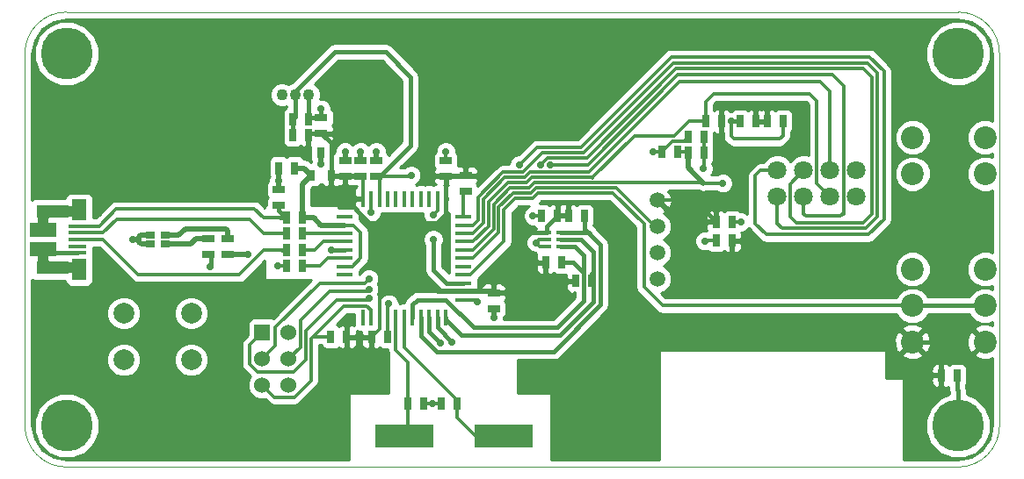
<source format=gtl>
G04 (created by PCBNEW (2013-07-07 BZR 4022)-stable) date 26/08/2014 17:06:35*
%MOIN*%
G04 Gerber Fmt 3.4, Leading zero omitted, Abs format*
%FSLAX34Y34*%
G01*
G70*
G90*
G04 APERTURE LIST*
%ADD10C,0.00590551*%
%ADD11C,0.00393701*%
%ADD12R,0.016X0.06*%
%ADD13R,0.06X0.016*%
%ADD14R,0.0315X0.0394*%
%ADD15R,0.025X0.045*%
%ADD16R,0.045X0.025*%
%ADD17C,0.0708661*%
%ADD18R,0.220472X0.0866142*%
%ADD19R,0.0688976X0.015748*%
%ADD20R,0.0574803X0.0787402*%
%ADD21R,0.124016X0.0511811*%
%ADD22R,0.0984252X0.0561024*%
%ADD23R,0.06X0.06*%
%ADD24C,0.06*%
%ADD25C,0.0866142*%
%ADD26C,0.0433071*%
%ADD27R,0.0354331X0.015748*%
%ADD28C,0.0787402*%
%ADD29R,0.0334646X0.0255906*%
%ADD30C,0.0590551*%
%ADD31C,0.19685*%
%ADD32C,0.0275591*%
%ADD33C,0.011811*%
%ADD34C,0.015748*%
%ADD35C,0.019685*%
%ADD36C,0.0393701*%
%ADD37C,0.01*%
G04 APERTURE END LIST*
G54D10*
G54D11*
X106983Y-58953D02*
X73173Y-58953D01*
X108558Y-60528D02*
G75*
G03X106983Y-58953I-1575J0D01*
G74*
G01*
X108558Y-74668D02*
X108558Y-60528D01*
X106983Y-76243D02*
G75*
G03X108558Y-74668I0J1575D01*
G74*
G01*
X73173Y-76243D02*
X106983Y-76243D01*
X71598Y-74668D02*
G75*
G03X73173Y-76243I1575J0D01*
G74*
G01*
X71598Y-60528D02*
X71598Y-74668D01*
X73173Y-58953D02*
G75*
G03X71598Y-60528I0J-1575D01*
G74*
G01*
G54D12*
X85984Y-66057D03*
X85669Y-66057D03*
X85354Y-66057D03*
X85039Y-66057D03*
X84724Y-66057D03*
X84409Y-66057D03*
X86299Y-66057D03*
X86614Y-66057D03*
X86929Y-66057D03*
X87244Y-66057D03*
X87559Y-66057D03*
X85984Y-70557D03*
X85669Y-70557D03*
X85354Y-70557D03*
X85039Y-70557D03*
X84724Y-70557D03*
X84409Y-70557D03*
X86299Y-70557D03*
X86614Y-70557D03*
X86929Y-70557D03*
X87244Y-70557D03*
X87559Y-70557D03*
G54D13*
X83734Y-68307D03*
X88234Y-68307D03*
X83734Y-68622D03*
X88234Y-68622D03*
X88234Y-68937D03*
X83734Y-68937D03*
X83734Y-69252D03*
X88234Y-69252D03*
X88234Y-69567D03*
X83734Y-69567D03*
X83734Y-69882D03*
X88234Y-69882D03*
X88234Y-67992D03*
X83734Y-67992D03*
X83734Y-67677D03*
X88234Y-67677D03*
X88234Y-67362D03*
X83734Y-67362D03*
X83734Y-67047D03*
X88234Y-67047D03*
X88234Y-66732D03*
X83734Y-66732D03*
G54D14*
X82834Y-64291D03*
X83209Y-65157D03*
X82459Y-65157D03*
G54D15*
X81511Y-67992D03*
X82111Y-67992D03*
X97416Y-63110D03*
X98016Y-63110D03*
X91953Y-68464D03*
X91353Y-68464D03*
X92819Y-66692D03*
X92219Y-66692D03*
X81747Y-63622D03*
X82347Y-63622D03*
G54D16*
X88307Y-65772D03*
X88307Y-65172D03*
G54D15*
X83203Y-71299D03*
X83803Y-71299D03*
X93095Y-69173D03*
X92495Y-69173D03*
X81511Y-67362D03*
X82111Y-67362D03*
X96747Y-64291D03*
X97347Y-64291D03*
X97810Y-67637D03*
X98410Y-67637D03*
X91796Y-66692D03*
X91196Y-66692D03*
G54D16*
X84921Y-65181D03*
X84921Y-64581D03*
G54D15*
X84739Y-71299D03*
X85339Y-71299D03*
G54D16*
X89370Y-69621D03*
X89370Y-70221D03*
X87559Y-65181D03*
X87559Y-64581D03*
X84330Y-65181D03*
X84330Y-64581D03*
G54D15*
X81747Y-63031D03*
X82347Y-63031D03*
X97347Y-63700D03*
X96747Y-63700D03*
X96343Y-64271D03*
X95743Y-64271D03*
X97810Y-66929D03*
X98410Y-66929D03*
X106345Y-72758D03*
X106945Y-72758D03*
X81835Y-64881D03*
X81235Y-64881D03*
G54D16*
X83740Y-65181D03*
X83740Y-64581D03*
G54D15*
X99739Y-63110D03*
X100339Y-63110D03*
X99315Y-63110D03*
X98715Y-63110D03*
X87977Y-73818D03*
X87377Y-73818D03*
G54D16*
X82834Y-63567D03*
X82834Y-62967D03*
G54D15*
X82111Y-68582D03*
X81511Y-68582D03*
X86117Y-73818D03*
X86717Y-73818D03*
G54D17*
X103135Y-64970D03*
X103135Y-65970D03*
X102135Y-64970D03*
X102135Y-65970D03*
X101135Y-64970D03*
X101135Y-65970D03*
X100135Y-64970D03*
X100135Y-65970D03*
G54D18*
X86003Y-75078D03*
X89744Y-75078D03*
G54D19*
X73579Y-67087D03*
X73579Y-67343D03*
X73579Y-67599D03*
X73579Y-67855D03*
X73579Y-68111D03*
G54D20*
X73660Y-66457D03*
X73660Y-68741D03*
G54D21*
X72654Y-66526D03*
X72654Y-68672D03*
G54D22*
X72270Y-67220D03*
X72270Y-67978D03*
G54D23*
X80602Y-71125D03*
G54D24*
X81602Y-71125D03*
X80602Y-72125D03*
X81602Y-72125D03*
X80602Y-73125D03*
X81602Y-73125D03*
G54D16*
X81220Y-66284D03*
X81220Y-65684D03*
G54D15*
X81511Y-66771D03*
X82111Y-66771D03*
G54D25*
X108010Y-71482D03*
X108010Y-70105D03*
X108010Y-68727D03*
X105254Y-71482D03*
X105254Y-70105D03*
X105254Y-68727D03*
X108013Y-65097D03*
X108013Y-63719D03*
X105257Y-65097D03*
X105257Y-63719D03*
G54D26*
X82362Y-62086D03*
X81850Y-62086D03*
X81338Y-62086D03*
G54D27*
X91377Y-67342D03*
X91377Y-67598D03*
X91377Y-67854D03*
X91929Y-67854D03*
X91929Y-67598D03*
X91929Y-67342D03*
G54D28*
X77904Y-70397D03*
X77904Y-72168D03*
X75345Y-72168D03*
X75345Y-70397D03*
G54D16*
X78568Y-68179D03*
X78568Y-67579D03*
X79289Y-68165D03*
X79289Y-67565D03*
G54D29*
X76910Y-67765D03*
X76910Y-67431D03*
X76339Y-67765D03*
X76339Y-67431D03*
G54D30*
X95590Y-66098D03*
X95590Y-67098D03*
X95590Y-68098D03*
X95590Y-69098D03*
G54D31*
X73173Y-60528D03*
X73173Y-74668D03*
X106983Y-74668D03*
X106983Y-60528D03*
G54D32*
X97328Y-64897D03*
X86247Y-65156D03*
X81614Y-69685D03*
X97375Y-67653D03*
X78627Y-68637D03*
X87801Y-71487D03*
X87362Y-71535D03*
X80052Y-68166D03*
X90354Y-64763D03*
X84645Y-69842D03*
X84645Y-69488D03*
X91535Y-64763D03*
X84645Y-69094D03*
X91141Y-64763D03*
X87084Y-67599D03*
X98063Y-65457D03*
X75690Y-67580D03*
X98385Y-63110D03*
X98740Y-66929D03*
X95413Y-64251D03*
X90984Y-67716D03*
X90866Y-66692D03*
X82834Y-62637D03*
X81220Y-65354D03*
X89370Y-70551D03*
X83228Y-67992D03*
X88740Y-69960D03*
X87047Y-73818D03*
X85393Y-70039D03*
X87559Y-64251D03*
X87086Y-66653D03*
X84921Y-64251D03*
X84330Y-64251D03*
X84724Y-66574D03*
X83740Y-64251D03*
X82834Y-64724D03*
X81181Y-68582D03*
G54D33*
X97347Y-64877D02*
X97347Y-64291D01*
X97328Y-64897D02*
X97347Y-64877D01*
X84921Y-65181D02*
X86221Y-65181D01*
X86221Y-65181D02*
X86247Y-65156D01*
X97347Y-63700D02*
X97347Y-64291D01*
G54D34*
X81850Y-62086D02*
X81850Y-61968D01*
X81850Y-61968D02*
X83346Y-60472D01*
X83346Y-60472D02*
X85275Y-60472D01*
X85275Y-60472D02*
X86220Y-61417D01*
X86220Y-61417D02*
X86220Y-63897D01*
X85054Y-65181D02*
X84921Y-65181D01*
X86220Y-63897D02*
X86220Y-64015D01*
X86220Y-64015D02*
X85054Y-65181D01*
X81747Y-63622D02*
X81747Y-63031D01*
X81747Y-63031D02*
X81850Y-62928D01*
X81850Y-62928D02*
X81850Y-62086D01*
G54D33*
X85039Y-66057D02*
X85039Y-65299D01*
X85039Y-65299D02*
X84921Y-65181D01*
G54D34*
X84672Y-66968D02*
X84662Y-66968D01*
X84662Y-66968D02*
X83706Y-66012D01*
X91353Y-68464D02*
X90652Y-68464D01*
X90616Y-67342D02*
X91377Y-67342D01*
X90363Y-67596D02*
X90616Y-67342D01*
X90363Y-68175D02*
X90363Y-67596D01*
X90652Y-68464D02*
X90363Y-68175D01*
X92495Y-69173D02*
X91547Y-69173D01*
X91353Y-68979D02*
X91353Y-68464D01*
X91547Y-69173D02*
X91353Y-68979D01*
X91377Y-67342D02*
X91377Y-67111D01*
X91377Y-67111D02*
X91796Y-66692D01*
X106345Y-72758D02*
X106345Y-71905D01*
X105922Y-71482D02*
X105254Y-71482D01*
X106345Y-71905D02*
X105922Y-71482D01*
G54D33*
X97311Y-66430D02*
X96706Y-66430D01*
X96374Y-66098D02*
X95590Y-66098D01*
X96706Y-66430D02*
X96374Y-66098D01*
X98016Y-63110D02*
X98016Y-62651D01*
X99315Y-62609D02*
X99315Y-63110D01*
X99229Y-62523D02*
X99315Y-62609D01*
X98145Y-62523D02*
X99229Y-62523D01*
X98016Y-62651D02*
X98145Y-62523D01*
G54D34*
X98016Y-63110D02*
X98016Y-62888D01*
X97298Y-66417D02*
X97311Y-66430D01*
X97311Y-66430D02*
X97810Y-66929D01*
X83209Y-65157D02*
X83209Y-63942D01*
X83209Y-63942D02*
X82834Y-63567D01*
X82834Y-63567D02*
X82401Y-63567D01*
X82401Y-63567D02*
X82347Y-63622D01*
G54D35*
X89424Y-69566D02*
X89342Y-69566D01*
X89342Y-69566D02*
X89342Y-69567D01*
X88234Y-69567D02*
X89342Y-69567D01*
X88234Y-69567D02*
X87244Y-69567D01*
X85984Y-68307D02*
X85078Y-67401D01*
X87244Y-69567D02*
X85984Y-68307D01*
G54D33*
X85039Y-70557D02*
X85039Y-67362D01*
X85039Y-67362D02*
X85078Y-67401D01*
X85039Y-70557D02*
X85039Y-70999D01*
X85039Y-70999D02*
X84739Y-71299D01*
X87559Y-65181D02*
X88297Y-65181D01*
X88297Y-65181D02*
X88307Y-65172D01*
X87559Y-66057D02*
X87559Y-65182D01*
X87559Y-65182D02*
X87559Y-65181D01*
X87559Y-66057D02*
X87559Y-66613D01*
X87204Y-66968D02*
X84672Y-66968D01*
X84672Y-66968D02*
X84645Y-66968D01*
X87559Y-66613D02*
X87204Y-66968D01*
G54D35*
X84645Y-66968D02*
X85078Y-67401D01*
G54D33*
X84409Y-66057D02*
X84409Y-65260D01*
X84409Y-65260D02*
X84330Y-65181D01*
G54D35*
X83740Y-65181D02*
X83234Y-65181D01*
X83234Y-65181D02*
X83209Y-65157D01*
X81835Y-64881D02*
X82184Y-64881D01*
X82184Y-64881D02*
X82459Y-65157D01*
X82111Y-66771D02*
X82111Y-65506D01*
X82111Y-65506D02*
X82459Y-65157D01*
X82435Y-65181D02*
X82459Y-65157D01*
G54D33*
X82435Y-65181D02*
X82459Y-65157D01*
G54D35*
X83734Y-67047D02*
X82834Y-67047D01*
X82559Y-66771D02*
X82111Y-66771D01*
X82834Y-67047D02*
X82559Y-66771D01*
G54D33*
X83734Y-68622D02*
X84015Y-68622D01*
X84054Y-67047D02*
X83734Y-67047D01*
X84330Y-67322D02*
X84054Y-67047D01*
X84330Y-68307D02*
X84330Y-67322D01*
X84015Y-68622D02*
X84330Y-68307D01*
X97810Y-67637D02*
X97390Y-67637D01*
X97390Y-67637D02*
X97375Y-67653D01*
X90787Y-65826D02*
X90106Y-65826D01*
X89566Y-66366D02*
X89566Y-67322D01*
X90106Y-65826D02*
X89566Y-66366D01*
X95590Y-67204D02*
X95590Y-67204D01*
X88582Y-68307D02*
X88234Y-68307D01*
X89566Y-67322D02*
X88582Y-68307D01*
X90984Y-65629D02*
X90787Y-65826D01*
X94015Y-65629D02*
X90984Y-65629D01*
X95590Y-67204D02*
X94015Y-65629D01*
X105254Y-70105D02*
X95774Y-70105D01*
X95774Y-70105D02*
X95078Y-69409D01*
G54D34*
X108010Y-70105D02*
X105254Y-70105D01*
G54D33*
X90866Y-66023D02*
X90196Y-66023D01*
X88503Y-68937D02*
X88234Y-68937D01*
X89763Y-67677D02*
X88503Y-68937D01*
X91062Y-65826D02*
X90866Y-66023D01*
X93897Y-65826D02*
X91062Y-65826D01*
X95078Y-67007D02*
X93897Y-65826D01*
X95078Y-69409D02*
X95078Y-67007D01*
X90196Y-66023D02*
X89763Y-66456D01*
X89763Y-66456D02*
X89763Y-67677D01*
G54D34*
X92795Y-68937D02*
X92795Y-68858D01*
X92401Y-68464D02*
X91953Y-68464D01*
X92795Y-68858D02*
X92401Y-68464D01*
X86299Y-70557D02*
X86299Y-70078D01*
X92460Y-67854D02*
X91929Y-67854D01*
X92795Y-68188D02*
X92460Y-67854D01*
X92795Y-69921D02*
X92795Y-68937D01*
X92795Y-68937D02*
X92795Y-68188D01*
X91771Y-70944D02*
X92795Y-69921D01*
X88622Y-70944D02*
X91771Y-70944D01*
X87559Y-69881D02*
X88622Y-70944D01*
X86496Y-69881D02*
X87559Y-69881D01*
X86299Y-70078D02*
X86496Y-69881D01*
X93110Y-67480D02*
X92819Y-67189D01*
X92819Y-67189D02*
X92819Y-66692D01*
X86614Y-70557D02*
X86614Y-71259D01*
X92972Y-67342D02*
X91929Y-67342D01*
X93425Y-67795D02*
X93110Y-67480D01*
X93110Y-67480D02*
X93051Y-67421D01*
X93051Y-67421D02*
X92972Y-67342D01*
X93425Y-70078D02*
X93425Y-67795D01*
X91653Y-71850D02*
X93425Y-70078D01*
X87204Y-71850D02*
X91653Y-71850D01*
X86614Y-71259D02*
X87204Y-71850D01*
X87244Y-70557D02*
X87244Y-70933D01*
X78638Y-68249D02*
X78568Y-68179D01*
X78641Y-68623D02*
X78638Y-68249D01*
X78627Y-68637D02*
X78641Y-68623D01*
X87798Y-71487D02*
X87801Y-71487D01*
X87244Y-70933D02*
X87798Y-71487D01*
X86929Y-71102D02*
X86929Y-70557D01*
X87362Y-71535D02*
X86929Y-71102D01*
G54D35*
X80052Y-68166D02*
X80051Y-68165D01*
X80051Y-68165D02*
X79289Y-68165D01*
G54D33*
X93149Y-68858D02*
X93095Y-68912D01*
X93095Y-68912D02*
X93095Y-69173D01*
G54D34*
X87559Y-70557D02*
X87559Y-70630D01*
X92677Y-67598D02*
X93149Y-68070D01*
X93149Y-68070D02*
X93149Y-68858D01*
X93149Y-68858D02*
X93149Y-69960D01*
X93149Y-69960D02*
X91889Y-71220D01*
X91889Y-71220D02*
X88149Y-71220D01*
X92677Y-67598D02*
X91929Y-67598D01*
X87559Y-70630D02*
X88149Y-71220D01*
G54D33*
X92952Y-65039D02*
X92971Y-65039D01*
X90551Y-65236D02*
X89803Y-65236D01*
X88976Y-66062D02*
X88976Y-66968D01*
X89803Y-65236D02*
X88976Y-66062D01*
X88234Y-67362D02*
X88582Y-67362D01*
X88582Y-67362D02*
X88976Y-66968D01*
X90748Y-65039D02*
X92952Y-65039D01*
X90551Y-65236D02*
X90748Y-65039D01*
X92971Y-65039D02*
X96431Y-61580D01*
X102135Y-61975D02*
X102135Y-64970D01*
X101740Y-61580D02*
X102135Y-61975D01*
X96420Y-61580D02*
X96431Y-61580D01*
X96431Y-61580D02*
X101740Y-61580D01*
X97416Y-62701D02*
X97416Y-62351D01*
X97416Y-63110D02*
X97416Y-62701D01*
X101626Y-65461D02*
X102135Y-65970D01*
X101626Y-62342D02*
X101626Y-65461D01*
X101346Y-62062D02*
X101626Y-62342D01*
X97706Y-62062D02*
X101346Y-62062D01*
X97416Y-62351D02*
X97706Y-62062D01*
X97416Y-63110D02*
X96771Y-63110D01*
X96771Y-63110D02*
X96232Y-63649D01*
X96232Y-63649D02*
X94709Y-63649D01*
X94709Y-63649D02*
X93122Y-65236D01*
X93122Y-65236D02*
X93122Y-65248D01*
X93122Y-65248D02*
X93122Y-65236D01*
X90629Y-65433D02*
X89907Y-65433D01*
X90629Y-65433D02*
X90826Y-65236D01*
X90826Y-65236D02*
X93122Y-65236D01*
X88582Y-67677D02*
X89173Y-67086D01*
X88234Y-67677D02*
X88582Y-67677D01*
X89907Y-65433D02*
X89173Y-66167D01*
X89173Y-66167D02*
X89173Y-67086D01*
X103936Y-66622D02*
X103936Y-66740D01*
X100305Y-67176D02*
X100135Y-67006D01*
X103500Y-67176D02*
X100305Y-67176D01*
X103936Y-66740D02*
X103500Y-67176D01*
X92677Y-64291D02*
X92788Y-64291D01*
X90787Y-64724D02*
X91220Y-64291D01*
X91220Y-64291D02*
X92677Y-64291D01*
X100135Y-67006D02*
X100135Y-65970D01*
X103936Y-61276D02*
X103936Y-66622D01*
X103550Y-60890D02*
X103936Y-61276D01*
X96190Y-60890D02*
X103550Y-60890D01*
X92788Y-64291D02*
X96190Y-60890D01*
X90472Y-65039D02*
X90000Y-65039D01*
X88779Y-65984D02*
X88779Y-66850D01*
X89724Y-65039D02*
X88779Y-65984D01*
X90000Y-65039D02*
X89724Y-65039D01*
X88234Y-67047D02*
X88582Y-67047D01*
X90787Y-64724D02*
X90787Y-64724D01*
X90472Y-65039D02*
X90787Y-64724D01*
X90472Y-65039D02*
X90472Y-65039D01*
X88582Y-67047D02*
X88779Y-66850D01*
X92530Y-64094D02*
X92685Y-64094D01*
X99490Y-64970D02*
X100135Y-64970D01*
X99290Y-65170D02*
X99490Y-64970D01*
X99290Y-66980D02*
X99290Y-65170D01*
X99720Y-67410D02*
X99290Y-66980D01*
X103600Y-67410D02*
X99720Y-67410D01*
X104170Y-66840D02*
X103600Y-67410D01*
X104170Y-61200D02*
X104170Y-66840D01*
X103630Y-60660D02*
X104170Y-61200D01*
X96120Y-60660D02*
X103630Y-60660D01*
X92685Y-64094D02*
X96120Y-60660D01*
X90354Y-64763D02*
X90354Y-64763D01*
X91023Y-64094D02*
X92530Y-64094D01*
X92530Y-64094D02*
X92559Y-64094D01*
X90354Y-64763D02*
X91023Y-64094D01*
X83734Y-69882D02*
X84606Y-69882D01*
X84606Y-69882D02*
X84645Y-69842D01*
X83734Y-69882D02*
X83413Y-69882D01*
X80118Y-71610D02*
X80602Y-71125D01*
X80118Y-72322D02*
X80118Y-71610D01*
X80433Y-72637D02*
X80118Y-72322D01*
X81771Y-72637D02*
X80433Y-72637D01*
X82244Y-72165D02*
X81771Y-72637D01*
X82244Y-71051D02*
X82244Y-72165D01*
X83413Y-69882D02*
X82244Y-71051D01*
X96369Y-61341D02*
X102231Y-61341D01*
X102645Y-66577D02*
X102645Y-61755D01*
X92946Y-64763D02*
X96369Y-61341D01*
X84566Y-69567D02*
X83734Y-69567D01*
X84566Y-69567D02*
X84645Y-69488D01*
X91535Y-64763D02*
X92834Y-64763D01*
X92834Y-64763D02*
X92946Y-64763D01*
X102231Y-61341D02*
X102645Y-61755D01*
X102645Y-66577D02*
X102645Y-66591D01*
X101135Y-66629D02*
X101135Y-65970D01*
X101214Y-66708D02*
X101135Y-66629D01*
X102528Y-66708D02*
X101214Y-66708D01*
X102645Y-66591D02*
X102528Y-66708D01*
X102645Y-66577D02*
X102645Y-66615D01*
X83734Y-69567D02*
X83149Y-69567D01*
X83149Y-69567D02*
X82047Y-70669D01*
X82047Y-70669D02*
X82047Y-71681D01*
X82047Y-71681D02*
X81602Y-72125D01*
X103705Y-62455D02*
X103705Y-61414D01*
X100625Y-66731D02*
X100625Y-65480D01*
X100856Y-66962D02*
X100625Y-66731D01*
X103376Y-66962D02*
X100856Y-66962D01*
X103705Y-66633D02*
X103376Y-66962D01*
X101135Y-64970D02*
X100625Y-65480D01*
X103362Y-61110D02*
X102354Y-61110D01*
X103705Y-62455D02*
X103705Y-66633D01*
X103401Y-61110D02*
X103362Y-61110D01*
X103705Y-61414D02*
X103401Y-61110D01*
X92920Y-64488D02*
X96299Y-61110D01*
X84488Y-69252D02*
X83734Y-69252D01*
X84488Y-69252D02*
X84645Y-69094D01*
X91417Y-64488D02*
X91141Y-64763D01*
X92795Y-64488D02*
X91417Y-64488D01*
X92795Y-64488D02*
X92920Y-64488D01*
X96299Y-61110D02*
X102354Y-61110D01*
X102354Y-61110D02*
X102370Y-61110D01*
X83734Y-69252D02*
X82795Y-69252D01*
X81102Y-71625D02*
X80602Y-72125D01*
X81102Y-70944D02*
X81102Y-71625D01*
X82795Y-69252D02*
X81102Y-70944D01*
G54D34*
X87090Y-67760D02*
X87090Y-67605D01*
X87592Y-69252D02*
X87090Y-68750D01*
X87090Y-68750D02*
X87090Y-67760D01*
X88234Y-69252D02*
X87592Y-69252D01*
X87090Y-67605D02*
X87084Y-67599D01*
G54D33*
X97322Y-65452D02*
X97871Y-65452D01*
G54D35*
X96747Y-64877D02*
X97322Y-65452D01*
X96747Y-64291D02*
X96747Y-64877D01*
G54D33*
X97875Y-65457D02*
X98063Y-65457D01*
X97871Y-65452D02*
X97875Y-65457D01*
X93956Y-65433D02*
X97303Y-65433D01*
X96747Y-64291D02*
X96727Y-64271D01*
X96727Y-64271D02*
X96343Y-64271D01*
X90708Y-65629D02*
X90000Y-65629D01*
X89370Y-66259D02*
X89370Y-67204D01*
X90000Y-65629D02*
X89370Y-66259D01*
X90905Y-65433D02*
X90708Y-65629D01*
X93956Y-65433D02*
X90905Y-65433D01*
X88582Y-67992D02*
X88234Y-67992D01*
X89370Y-67204D02*
X88582Y-67992D01*
X83734Y-67677D02*
X82913Y-67677D01*
X82598Y-67992D02*
X82111Y-67992D01*
X82913Y-67677D02*
X82598Y-67992D01*
X83734Y-67362D02*
X82111Y-67362D01*
X82111Y-67362D02*
X82111Y-67362D01*
X83203Y-71299D02*
X82519Y-71299D01*
X84724Y-70557D02*
X84724Y-70275D01*
X81059Y-73582D02*
X80602Y-73125D01*
X81811Y-73582D02*
X81059Y-73582D01*
X82440Y-72952D02*
X81811Y-73582D01*
X82440Y-71377D02*
X82440Y-72952D01*
X83700Y-70118D02*
X82519Y-71299D01*
X82519Y-71299D02*
X82440Y-71377D01*
X84566Y-70118D02*
X83700Y-70118D01*
X84724Y-70275D02*
X84566Y-70118D01*
G54D35*
X75926Y-67684D02*
X75926Y-67636D01*
X75870Y-67580D02*
X75690Y-67580D01*
X75926Y-67636D02*
X75870Y-67580D01*
X76339Y-67431D02*
X75982Y-67431D01*
X76007Y-67765D02*
X76339Y-67765D01*
X75926Y-67684D02*
X76007Y-67765D01*
X75926Y-67488D02*
X75926Y-67684D01*
X75982Y-67431D02*
X75926Y-67488D01*
G54D34*
X106945Y-72758D02*
X106945Y-73298D01*
X106983Y-73337D02*
X106983Y-74668D01*
X106945Y-73298D02*
X106983Y-73337D01*
G54D33*
X100339Y-63110D02*
X100339Y-63649D01*
G54D34*
X98385Y-63110D02*
X98715Y-63110D01*
G54D33*
X98385Y-63672D02*
X98385Y-63110D01*
X98490Y-63777D02*
X98385Y-63672D01*
X100212Y-63777D02*
X98490Y-63777D01*
X100339Y-63649D02*
X100212Y-63777D01*
G54D34*
X73579Y-68111D02*
X72403Y-68111D01*
X72403Y-68111D02*
X72270Y-67978D01*
G54D33*
X98410Y-66929D02*
X98740Y-66929D01*
X95743Y-64271D02*
X95723Y-64251D01*
X95723Y-64251D02*
X95413Y-64251D01*
X96747Y-63700D02*
X96589Y-63858D01*
X96156Y-63858D02*
X95743Y-64271D01*
X96589Y-63858D02*
X96156Y-63858D01*
G54D35*
X81220Y-65393D02*
X81220Y-64896D01*
X81220Y-64896D02*
X81235Y-64881D01*
G54D33*
X91377Y-67854D02*
X91122Y-67854D01*
X91102Y-67598D02*
X90984Y-67716D01*
X91102Y-67598D02*
X91377Y-67598D01*
X91122Y-67854D02*
X90984Y-67716D01*
X91196Y-66692D02*
X90866Y-66692D01*
G54D34*
X82834Y-62967D02*
X82411Y-62967D01*
X82411Y-62967D02*
X82347Y-63031D01*
X82834Y-62967D02*
X82834Y-62637D01*
X82347Y-63031D02*
X82347Y-62101D01*
X82347Y-62101D02*
X82362Y-62086D01*
G54D36*
X72467Y-68672D02*
X73542Y-68672D01*
X73542Y-68672D02*
X73660Y-68554D01*
X72270Y-67978D02*
X72270Y-68475D01*
X72270Y-68475D02*
X72467Y-68672D01*
X72467Y-66526D02*
X73542Y-66526D01*
X73542Y-66526D02*
X73660Y-66644D01*
X72270Y-67220D02*
X72270Y-66723D01*
X72270Y-66723D02*
X72467Y-66526D01*
G54D35*
X81220Y-65684D02*
X81220Y-65393D01*
X81220Y-65393D02*
X81220Y-65354D01*
X89370Y-70221D02*
X89370Y-70551D01*
G54D34*
X83734Y-67992D02*
X83228Y-67992D01*
X83228Y-67992D02*
X83228Y-67992D01*
G54D33*
X88234Y-69882D02*
X88661Y-69882D01*
X88661Y-69882D02*
X88740Y-69960D01*
X87377Y-73818D02*
X87047Y-73818D01*
X87047Y-73818D02*
X86717Y-73818D01*
X85354Y-70557D02*
X85354Y-70078D01*
X85354Y-70078D02*
X85393Y-70039D01*
X85354Y-70557D02*
X85354Y-71284D01*
X85354Y-71284D02*
X85339Y-71299D01*
X87559Y-64581D02*
X87559Y-64251D01*
X87244Y-66057D02*
X87244Y-66495D01*
X87244Y-66495D02*
X87086Y-66653D01*
G54D35*
X84921Y-64581D02*
X84921Y-64251D01*
X84330Y-64581D02*
X84330Y-64251D01*
G54D33*
X84724Y-66057D02*
X84724Y-66574D01*
X84724Y-66574D02*
X84724Y-66574D01*
G54D35*
X83740Y-64581D02*
X83740Y-64251D01*
X82834Y-64291D02*
X82834Y-64724D01*
G54D33*
X81511Y-68582D02*
X81181Y-68582D01*
G54D35*
X78568Y-67579D02*
X78071Y-67579D01*
X77884Y-67765D02*
X76910Y-67765D01*
X78071Y-67579D02*
X77884Y-67765D01*
X79289Y-67565D02*
X79289Y-67259D01*
X77426Y-67431D02*
X76910Y-67431D01*
X77670Y-67188D02*
X77426Y-67431D01*
X79218Y-67188D02*
X77670Y-67188D01*
X79289Y-67259D02*
X79218Y-67188D01*
G54D33*
X85984Y-70557D02*
X85984Y-71692D01*
X87977Y-73685D02*
X87977Y-73818D01*
X85984Y-71692D02*
X87977Y-73685D01*
X89744Y-75078D02*
X88700Y-75078D01*
X87977Y-74355D02*
X87977Y-73818D01*
X88700Y-75078D02*
X87977Y-74355D01*
X86117Y-73818D02*
X86117Y-72259D01*
X85669Y-71810D02*
X85669Y-70557D01*
X86117Y-72259D02*
X85669Y-71810D01*
X86117Y-73818D02*
X86117Y-74965D01*
X86117Y-74965D02*
X86003Y-75078D01*
X88234Y-66732D02*
X88234Y-65845D01*
X88234Y-65845D02*
X88307Y-65772D01*
X83734Y-68307D02*
X83070Y-68307D01*
X82795Y-68582D02*
X82111Y-68582D01*
X83070Y-68307D02*
X82795Y-68582D01*
X73579Y-67343D02*
X74553Y-67343D01*
X80655Y-67362D02*
X81511Y-67362D01*
X80108Y-66815D02*
X80655Y-67362D01*
X75082Y-66815D02*
X80108Y-66815D01*
X74553Y-67343D02*
X75082Y-66815D01*
G54D34*
X81491Y-67342D02*
X81511Y-67362D01*
G54D33*
X73579Y-67599D02*
X74564Y-67599D01*
X80657Y-67992D02*
X81511Y-67992D01*
X79720Y-68930D02*
X80657Y-67992D01*
X75895Y-68930D02*
X79720Y-68930D01*
X74564Y-67599D02*
X75895Y-68930D01*
G54D34*
X81338Y-67992D02*
X81511Y-67992D01*
G54D33*
X73579Y-67087D02*
X74410Y-67087D01*
X80638Y-66771D02*
X81511Y-66771D01*
X80297Y-66430D02*
X80638Y-66771D01*
X75068Y-66430D02*
X80297Y-66430D01*
X74410Y-67087D02*
X75068Y-66430D01*
G54D34*
X81220Y-66284D02*
X81220Y-66481D01*
X81220Y-66481D02*
X81511Y-66771D01*
X81299Y-66771D02*
X81511Y-66771D01*
G54D10*
G36*
X81678Y-71131D02*
X81607Y-71202D01*
X81602Y-71196D01*
X81596Y-71202D01*
X81526Y-71131D01*
X81531Y-71125D01*
X81526Y-71120D01*
X81596Y-71049D01*
X81602Y-71055D01*
X81607Y-71049D01*
X81678Y-71120D01*
X81673Y-71125D01*
X81678Y-71131D01*
X81678Y-71131D01*
G37*
G54D37*
X81678Y-71131D02*
X81607Y-71202D01*
X81602Y-71196D01*
X81596Y-71202D01*
X81526Y-71131D01*
X81531Y-71125D01*
X81526Y-71120D01*
X81596Y-71049D01*
X81602Y-71055D01*
X81607Y-71049D01*
X81678Y-71120D01*
X81673Y-71125D01*
X81678Y-71131D01*
G54D10*
G36*
X84394Y-66114D02*
X84369Y-66114D01*
X84369Y-66107D01*
X84141Y-66107D01*
X84079Y-66169D01*
X84079Y-66307D01*
X84079Y-66402D01*
X83984Y-66402D01*
X83690Y-66402D01*
X83690Y-65494D01*
X83690Y-65231D01*
X83579Y-65231D01*
X83554Y-65207D01*
X83259Y-65207D01*
X83259Y-65541D01*
X83322Y-65604D01*
X83416Y-65604D01*
X83508Y-65566D01*
X83518Y-65556D01*
X83564Y-65556D01*
X83627Y-65556D01*
X83690Y-65494D01*
X83690Y-66402D01*
X83475Y-66402D01*
X83475Y-66288D01*
X82459Y-66288D01*
X82459Y-65650D01*
X82505Y-65604D01*
X82666Y-65604D01*
X82758Y-65566D01*
X82828Y-65496D01*
X82834Y-65482D01*
X82840Y-65496D01*
X82910Y-65566D01*
X83002Y-65604D01*
X83097Y-65604D01*
X83159Y-65541D01*
X83159Y-65207D01*
X83151Y-65207D01*
X83151Y-65107D01*
X83159Y-65107D01*
X83159Y-65099D01*
X83259Y-65099D01*
X83259Y-65107D01*
X83303Y-65107D01*
X83327Y-65131D01*
X83690Y-65131D01*
X83690Y-65124D01*
X83790Y-65124D01*
X83790Y-65131D01*
X83918Y-65131D01*
X84152Y-65131D01*
X84280Y-65131D01*
X84280Y-65124D01*
X84380Y-65124D01*
X84380Y-65131D01*
X84388Y-65131D01*
X84388Y-65231D01*
X84380Y-65231D01*
X84380Y-65239D01*
X84280Y-65239D01*
X84280Y-65231D01*
X84152Y-65231D01*
X83918Y-65231D01*
X83790Y-65231D01*
X83790Y-65494D01*
X83852Y-65556D01*
X83915Y-65556D01*
X84015Y-65556D01*
X84035Y-65548D01*
X84055Y-65556D01*
X84155Y-65556D01*
X84175Y-65556D01*
X84117Y-65615D01*
X84079Y-65707D01*
X84079Y-65806D01*
X84079Y-65944D01*
X84141Y-66007D01*
X84369Y-66007D01*
X84369Y-65999D01*
X84394Y-65999D01*
X84394Y-66114D01*
X84394Y-66114D01*
G37*
G54D37*
X84394Y-66114D02*
X84369Y-66114D01*
X84369Y-66107D01*
X84141Y-66107D01*
X84079Y-66169D01*
X84079Y-66307D01*
X84079Y-66402D01*
X83984Y-66402D01*
X83690Y-66402D01*
X83690Y-65494D01*
X83690Y-65231D01*
X83579Y-65231D01*
X83554Y-65207D01*
X83259Y-65207D01*
X83259Y-65541D01*
X83322Y-65604D01*
X83416Y-65604D01*
X83508Y-65566D01*
X83518Y-65556D01*
X83564Y-65556D01*
X83627Y-65556D01*
X83690Y-65494D01*
X83690Y-66402D01*
X83475Y-66402D01*
X83475Y-66288D01*
X82459Y-66288D01*
X82459Y-65650D01*
X82505Y-65604D01*
X82666Y-65604D01*
X82758Y-65566D01*
X82828Y-65496D01*
X82834Y-65482D01*
X82840Y-65496D01*
X82910Y-65566D01*
X83002Y-65604D01*
X83097Y-65604D01*
X83159Y-65541D01*
X83159Y-65207D01*
X83151Y-65207D01*
X83151Y-65107D01*
X83159Y-65107D01*
X83159Y-65099D01*
X83259Y-65099D01*
X83259Y-65107D01*
X83303Y-65107D01*
X83327Y-65131D01*
X83690Y-65131D01*
X83690Y-65124D01*
X83790Y-65124D01*
X83790Y-65131D01*
X83918Y-65131D01*
X84152Y-65131D01*
X84280Y-65131D01*
X84280Y-65124D01*
X84380Y-65124D01*
X84380Y-65131D01*
X84388Y-65131D01*
X84388Y-65231D01*
X84380Y-65231D01*
X84380Y-65239D01*
X84280Y-65239D01*
X84280Y-65231D01*
X84152Y-65231D01*
X83918Y-65231D01*
X83790Y-65231D01*
X83790Y-65494D01*
X83852Y-65556D01*
X83915Y-65556D01*
X84015Y-65556D01*
X84035Y-65548D01*
X84055Y-65556D01*
X84155Y-65556D01*
X84175Y-65556D01*
X84117Y-65615D01*
X84079Y-65707D01*
X84079Y-65806D01*
X84079Y-65944D01*
X84141Y-66007D01*
X84369Y-66007D01*
X84369Y-65999D01*
X84394Y-65999D01*
X84394Y-66114D01*
G54D10*
G36*
X85383Y-73414D02*
X84689Y-73414D01*
X84689Y-71711D01*
X84689Y-71349D01*
X84426Y-71349D01*
X84364Y-71411D01*
X84364Y-71474D01*
X84364Y-71574D01*
X84402Y-71666D01*
X84472Y-71736D01*
X84564Y-71774D01*
X84626Y-71774D01*
X84689Y-71711D01*
X84689Y-73414D01*
X84178Y-73414D01*
X84178Y-71474D01*
X84178Y-71411D01*
X84116Y-71349D01*
X83853Y-71349D01*
X83853Y-71711D01*
X83916Y-71774D01*
X83978Y-71774D01*
X84070Y-71736D01*
X84140Y-71666D01*
X84178Y-71574D01*
X84178Y-71474D01*
X84178Y-73414D01*
X83887Y-73414D01*
X83887Y-75973D01*
X78548Y-75973D01*
X78548Y-72041D01*
X78548Y-70269D01*
X78450Y-70033D01*
X78269Y-69851D01*
X78033Y-69753D01*
X77777Y-69753D01*
X77540Y-69851D01*
X77359Y-70032D01*
X77261Y-70268D01*
X77260Y-70524D01*
X77358Y-70761D01*
X77539Y-70942D01*
X77776Y-71040D01*
X78032Y-71040D01*
X78268Y-70943D01*
X78450Y-70762D01*
X78548Y-70525D01*
X78548Y-70269D01*
X78548Y-72041D01*
X78450Y-71804D01*
X78269Y-71623D01*
X78033Y-71525D01*
X77777Y-71525D01*
X77540Y-71622D01*
X77359Y-71803D01*
X77261Y-72040D01*
X77260Y-72296D01*
X77358Y-72532D01*
X77539Y-72714D01*
X77776Y-72812D01*
X78032Y-72812D01*
X78268Y-72714D01*
X78450Y-72533D01*
X78548Y-72297D01*
X78548Y-72041D01*
X78548Y-75973D01*
X75989Y-75973D01*
X75989Y-72041D01*
X75989Y-70269D01*
X75891Y-70033D01*
X75710Y-69851D01*
X75474Y-69753D01*
X75218Y-69753D01*
X74981Y-69851D01*
X74800Y-70032D01*
X74702Y-70268D01*
X74701Y-70524D01*
X74799Y-70761D01*
X74980Y-70942D01*
X75217Y-71040D01*
X75473Y-71040D01*
X75709Y-70943D01*
X75891Y-70762D01*
X75989Y-70525D01*
X75989Y-70269D01*
X75989Y-72041D01*
X75891Y-71804D01*
X75710Y-71623D01*
X75474Y-71525D01*
X75218Y-71525D01*
X74981Y-71622D01*
X74800Y-71803D01*
X74702Y-72040D01*
X74701Y-72296D01*
X74799Y-72532D01*
X74980Y-72714D01*
X75217Y-72812D01*
X75473Y-72812D01*
X75709Y-72714D01*
X75891Y-72533D01*
X75989Y-72297D01*
X75989Y-72041D01*
X75989Y-75973D01*
X74408Y-75973D01*
X74408Y-74424D01*
X74220Y-73970D01*
X73873Y-73622D01*
X73420Y-73434D01*
X72929Y-73433D01*
X72475Y-73621D01*
X72127Y-73968D01*
X71939Y-74421D01*
X71939Y-74912D01*
X72126Y-75366D01*
X72473Y-75714D01*
X72927Y-75902D01*
X73418Y-75902D01*
X73871Y-75715D01*
X74219Y-75368D01*
X74407Y-74915D01*
X74408Y-74424D01*
X74408Y-75973D01*
X73197Y-75973D01*
X72677Y-75869D01*
X72253Y-75586D01*
X71973Y-75167D01*
X71868Y-74641D01*
X71868Y-69115D01*
X71892Y-69139D01*
X71984Y-69178D01*
X72083Y-69178D01*
X73122Y-69178D01*
X73122Y-69184D01*
X73160Y-69276D01*
X73231Y-69346D01*
X73323Y-69384D01*
X73422Y-69384D01*
X73997Y-69384D01*
X74089Y-69346D01*
X74159Y-69276D01*
X74197Y-69184D01*
X74197Y-69085D01*
X74197Y-68297D01*
X74173Y-68240D01*
X74174Y-68239D01*
X74174Y-68140D01*
X74174Y-67982D01*
X74174Y-67982D01*
X74174Y-67908D01*
X74436Y-67908D01*
X75676Y-69148D01*
X75776Y-69215D01*
X75776Y-69215D01*
X75895Y-69239D01*
X79720Y-69239D01*
X79838Y-69215D01*
X79838Y-69215D01*
X79938Y-69148D01*
X80698Y-68389D01*
X80698Y-69144D01*
X82465Y-69144D01*
X81010Y-70600D01*
X80952Y-70576D01*
X80852Y-70575D01*
X80252Y-70575D01*
X80160Y-70613D01*
X80090Y-70684D01*
X80052Y-70776D01*
X80052Y-70875D01*
X80052Y-71238D01*
X79899Y-71391D01*
X79832Y-71491D01*
X79809Y-71610D01*
X79809Y-72322D01*
X79832Y-72441D01*
X79899Y-72541D01*
X80154Y-72796D01*
X80136Y-72814D01*
X80052Y-73016D01*
X80052Y-73234D01*
X80135Y-73437D01*
X80290Y-73591D01*
X80492Y-73675D01*
X80711Y-73676D01*
X80714Y-73674D01*
X80840Y-73801D01*
X80840Y-73801D01*
X80940Y-73868D01*
X80940Y-73868D01*
X81035Y-73887D01*
X81059Y-73891D01*
X81059Y-73891D01*
X81059Y-73891D01*
X81811Y-73891D01*
X81929Y-73868D01*
X81929Y-73868D01*
X82029Y-73801D01*
X82659Y-73171D01*
X82659Y-73171D01*
X82659Y-73171D01*
X82726Y-73071D01*
X82726Y-73071D01*
X82750Y-72952D01*
X82750Y-71608D01*
X82843Y-71608D01*
X82866Y-71665D01*
X82937Y-71736D01*
X83028Y-71774D01*
X83128Y-71774D01*
X83378Y-71774D01*
X83470Y-71736D01*
X83503Y-71702D01*
X83537Y-71736D01*
X83629Y-71774D01*
X83691Y-71774D01*
X83753Y-71711D01*
X83753Y-71349D01*
X83746Y-71349D01*
X83746Y-71249D01*
X83753Y-71249D01*
X83753Y-70886D01*
X83691Y-70824D01*
X83629Y-70824D01*
X83537Y-70862D01*
X83503Y-70895D01*
X83470Y-70862D01*
X83416Y-70839D01*
X83828Y-70427D01*
X84079Y-70427D01*
X84079Y-70870D01*
X84070Y-70862D01*
X83978Y-70824D01*
X83916Y-70824D01*
X83853Y-70886D01*
X83853Y-71249D01*
X84116Y-71249D01*
X84178Y-71186D01*
X84178Y-71123D01*
X84178Y-71060D01*
X84187Y-71068D01*
X84279Y-71107D01*
X84364Y-71107D01*
X84364Y-71123D01*
X84364Y-71186D01*
X84426Y-71249D01*
X84689Y-71249D01*
X84689Y-71241D01*
X84789Y-71241D01*
X84789Y-71249D01*
X84797Y-71249D01*
X84797Y-71349D01*
X84789Y-71349D01*
X84789Y-71711D01*
X84851Y-71774D01*
X84913Y-71774D01*
X85005Y-71736D01*
X85039Y-71702D01*
X85072Y-71736D01*
X85164Y-71774D01*
X85263Y-71774D01*
X85360Y-71774D01*
X85360Y-71810D01*
X85383Y-71925D01*
X85383Y-73414D01*
X85383Y-73414D01*
G37*
G54D37*
X85383Y-73414D02*
X84689Y-73414D01*
X84689Y-71711D01*
X84689Y-71349D01*
X84426Y-71349D01*
X84364Y-71411D01*
X84364Y-71474D01*
X84364Y-71574D01*
X84402Y-71666D01*
X84472Y-71736D01*
X84564Y-71774D01*
X84626Y-71774D01*
X84689Y-71711D01*
X84689Y-73414D01*
X84178Y-73414D01*
X84178Y-71474D01*
X84178Y-71411D01*
X84116Y-71349D01*
X83853Y-71349D01*
X83853Y-71711D01*
X83916Y-71774D01*
X83978Y-71774D01*
X84070Y-71736D01*
X84140Y-71666D01*
X84178Y-71574D01*
X84178Y-71474D01*
X84178Y-73414D01*
X83887Y-73414D01*
X83887Y-75973D01*
X78548Y-75973D01*
X78548Y-72041D01*
X78548Y-70269D01*
X78450Y-70033D01*
X78269Y-69851D01*
X78033Y-69753D01*
X77777Y-69753D01*
X77540Y-69851D01*
X77359Y-70032D01*
X77261Y-70268D01*
X77260Y-70524D01*
X77358Y-70761D01*
X77539Y-70942D01*
X77776Y-71040D01*
X78032Y-71040D01*
X78268Y-70943D01*
X78450Y-70762D01*
X78548Y-70525D01*
X78548Y-70269D01*
X78548Y-72041D01*
X78450Y-71804D01*
X78269Y-71623D01*
X78033Y-71525D01*
X77777Y-71525D01*
X77540Y-71622D01*
X77359Y-71803D01*
X77261Y-72040D01*
X77260Y-72296D01*
X77358Y-72532D01*
X77539Y-72714D01*
X77776Y-72812D01*
X78032Y-72812D01*
X78268Y-72714D01*
X78450Y-72533D01*
X78548Y-72297D01*
X78548Y-72041D01*
X78548Y-75973D01*
X75989Y-75973D01*
X75989Y-72041D01*
X75989Y-70269D01*
X75891Y-70033D01*
X75710Y-69851D01*
X75474Y-69753D01*
X75218Y-69753D01*
X74981Y-69851D01*
X74800Y-70032D01*
X74702Y-70268D01*
X74701Y-70524D01*
X74799Y-70761D01*
X74980Y-70942D01*
X75217Y-71040D01*
X75473Y-71040D01*
X75709Y-70943D01*
X75891Y-70762D01*
X75989Y-70525D01*
X75989Y-70269D01*
X75989Y-72041D01*
X75891Y-71804D01*
X75710Y-71623D01*
X75474Y-71525D01*
X75218Y-71525D01*
X74981Y-71622D01*
X74800Y-71803D01*
X74702Y-72040D01*
X74701Y-72296D01*
X74799Y-72532D01*
X74980Y-72714D01*
X75217Y-72812D01*
X75473Y-72812D01*
X75709Y-72714D01*
X75891Y-72533D01*
X75989Y-72297D01*
X75989Y-72041D01*
X75989Y-75973D01*
X74408Y-75973D01*
X74408Y-74424D01*
X74220Y-73970D01*
X73873Y-73622D01*
X73420Y-73434D01*
X72929Y-73433D01*
X72475Y-73621D01*
X72127Y-73968D01*
X71939Y-74421D01*
X71939Y-74912D01*
X72126Y-75366D01*
X72473Y-75714D01*
X72927Y-75902D01*
X73418Y-75902D01*
X73871Y-75715D01*
X74219Y-75368D01*
X74407Y-74915D01*
X74408Y-74424D01*
X74408Y-75973D01*
X73197Y-75973D01*
X72677Y-75869D01*
X72253Y-75586D01*
X71973Y-75167D01*
X71868Y-74641D01*
X71868Y-69115D01*
X71892Y-69139D01*
X71984Y-69178D01*
X72083Y-69178D01*
X73122Y-69178D01*
X73122Y-69184D01*
X73160Y-69276D01*
X73231Y-69346D01*
X73323Y-69384D01*
X73422Y-69384D01*
X73997Y-69384D01*
X74089Y-69346D01*
X74159Y-69276D01*
X74197Y-69184D01*
X74197Y-69085D01*
X74197Y-68297D01*
X74173Y-68240D01*
X74174Y-68239D01*
X74174Y-68140D01*
X74174Y-67982D01*
X74174Y-67982D01*
X74174Y-67908D01*
X74436Y-67908D01*
X75676Y-69148D01*
X75776Y-69215D01*
X75776Y-69215D01*
X75895Y-69239D01*
X79720Y-69239D01*
X79838Y-69215D01*
X79838Y-69215D01*
X79938Y-69148D01*
X80698Y-68389D01*
X80698Y-69144D01*
X82465Y-69144D01*
X81010Y-70600D01*
X80952Y-70576D01*
X80852Y-70575D01*
X80252Y-70575D01*
X80160Y-70613D01*
X80090Y-70684D01*
X80052Y-70776D01*
X80052Y-70875D01*
X80052Y-71238D01*
X79899Y-71391D01*
X79832Y-71491D01*
X79809Y-71610D01*
X79809Y-72322D01*
X79832Y-72441D01*
X79899Y-72541D01*
X80154Y-72796D01*
X80136Y-72814D01*
X80052Y-73016D01*
X80052Y-73234D01*
X80135Y-73437D01*
X80290Y-73591D01*
X80492Y-73675D01*
X80711Y-73676D01*
X80714Y-73674D01*
X80840Y-73801D01*
X80840Y-73801D01*
X80940Y-73868D01*
X80940Y-73868D01*
X81035Y-73887D01*
X81059Y-73891D01*
X81059Y-73891D01*
X81059Y-73891D01*
X81811Y-73891D01*
X81929Y-73868D01*
X81929Y-73868D01*
X82029Y-73801D01*
X82659Y-73171D01*
X82659Y-73171D01*
X82659Y-73171D01*
X82726Y-73071D01*
X82726Y-73071D01*
X82750Y-72952D01*
X82750Y-71608D01*
X82843Y-71608D01*
X82866Y-71665D01*
X82937Y-71736D01*
X83028Y-71774D01*
X83128Y-71774D01*
X83378Y-71774D01*
X83470Y-71736D01*
X83503Y-71702D01*
X83537Y-71736D01*
X83629Y-71774D01*
X83691Y-71774D01*
X83753Y-71711D01*
X83753Y-71349D01*
X83746Y-71349D01*
X83746Y-71249D01*
X83753Y-71249D01*
X83753Y-70886D01*
X83691Y-70824D01*
X83629Y-70824D01*
X83537Y-70862D01*
X83503Y-70895D01*
X83470Y-70862D01*
X83416Y-70839D01*
X83828Y-70427D01*
X84079Y-70427D01*
X84079Y-70870D01*
X84070Y-70862D01*
X83978Y-70824D01*
X83916Y-70824D01*
X83853Y-70886D01*
X83853Y-71249D01*
X84116Y-71249D01*
X84178Y-71186D01*
X84178Y-71123D01*
X84178Y-71060D01*
X84187Y-71068D01*
X84279Y-71107D01*
X84364Y-71107D01*
X84364Y-71123D01*
X84364Y-71186D01*
X84426Y-71249D01*
X84689Y-71249D01*
X84689Y-71241D01*
X84789Y-71241D01*
X84789Y-71249D01*
X84797Y-71249D01*
X84797Y-71349D01*
X84789Y-71349D01*
X84789Y-71711D01*
X84851Y-71774D01*
X84913Y-71774D01*
X85005Y-71736D01*
X85039Y-71702D01*
X85072Y-71736D01*
X85164Y-71774D01*
X85263Y-71774D01*
X85360Y-71774D01*
X85360Y-71810D01*
X85383Y-71925D01*
X85383Y-73414D01*
G54D10*
G36*
X85891Y-63879D02*
X85386Y-64384D01*
X85358Y-64315D01*
X85309Y-64266D01*
X85309Y-64175D01*
X85250Y-64032D01*
X85141Y-63923D01*
X84998Y-63864D01*
X84844Y-63864D01*
X84701Y-63923D01*
X84625Y-63998D01*
X84550Y-63923D01*
X84408Y-63864D01*
X84253Y-63864D01*
X84111Y-63923D01*
X84035Y-63998D01*
X83960Y-63923D01*
X83817Y-63864D01*
X83663Y-63864D01*
X83520Y-63923D01*
X83411Y-64032D01*
X83352Y-64174D01*
X83352Y-64266D01*
X83303Y-64315D01*
X83265Y-64406D01*
X83265Y-64506D01*
X83265Y-64756D01*
X83268Y-64764D01*
X83259Y-64772D01*
X83259Y-64710D01*
X83222Y-64710D01*
X83222Y-64647D01*
X83209Y-64616D01*
X83242Y-64538D01*
X83242Y-64438D01*
X83242Y-64044D01*
X83204Y-63952D01*
X83169Y-63917D01*
X83201Y-63904D01*
X83271Y-63834D01*
X83309Y-63742D01*
X83309Y-63680D01*
X83247Y-63617D01*
X82884Y-63617D01*
X82884Y-63625D01*
X82784Y-63625D01*
X82784Y-63617D01*
X82722Y-63617D01*
X82722Y-63572D01*
X82659Y-63572D01*
X82714Y-63517D01*
X82784Y-63517D01*
X82784Y-63509D01*
X82884Y-63509D01*
X82884Y-63517D01*
X83247Y-63517D01*
X83309Y-63455D01*
X83309Y-63393D01*
X83271Y-63301D01*
X83238Y-63267D01*
X83271Y-63234D01*
X83309Y-63142D01*
X83309Y-63043D01*
X83309Y-62793D01*
X83271Y-62701D01*
X83222Y-62651D01*
X83222Y-62560D01*
X83163Y-62418D01*
X83054Y-62309D01*
X82912Y-62250D01*
X82799Y-62249D01*
X82828Y-62179D01*
X82828Y-61994D01*
X82757Y-61822D01*
X82626Y-61691D01*
X82602Y-61681D01*
X83482Y-60801D01*
X85139Y-60801D01*
X85891Y-61553D01*
X85891Y-63879D01*
X85891Y-63879D01*
G37*
G54D37*
X85891Y-63879D02*
X85386Y-64384D01*
X85358Y-64315D01*
X85309Y-64266D01*
X85309Y-64175D01*
X85250Y-64032D01*
X85141Y-63923D01*
X84998Y-63864D01*
X84844Y-63864D01*
X84701Y-63923D01*
X84625Y-63998D01*
X84550Y-63923D01*
X84408Y-63864D01*
X84253Y-63864D01*
X84111Y-63923D01*
X84035Y-63998D01*
X83960Y-63923D01*
X83817Y-63864D01*
X83663Y-63864D01*
X83520Y-63923D01*
X83411Y-64032D01*
X83352Y-64174D01*
X83352Y-64266D01*
X83303Y-64315D01*
X83265Y-64406D01*
X83265Y-64506D01*
X83265Y-64756D01*
X83268Y-64764D01*
X83259Y-64772D01*
X83259Y-64710D01*
X83222Y-64710D01*
X83222Y-64647D01*
X83209Y-64616D01*
X83242Y-64538D01*
X83242Y-64438D01*
X83242Y-64044D01*
X83204Y-63952D01*
X83169Y-63917D01*
X83201Y-63904D01*
X83271Y-63834D01*
X83309Y-63742D01*
X83309Y-63680D01*
X83247Y-63617D01*
X82884Y-63617D01*
X82884Y-63625D01*
X82784Y-63625D01*
X82784Y-63617D01*
X82722Y-63617D01*
X82722Y-63572D01*
X82659Y-63572D01*
X82714Y-63517D01*
X82784Y-63517D01*
X82784Y-63509D01*
X82884Y-63509D01*
X82884Y-63517D01*
X83247Y-63517D01*
X83309Y-63455D01*
X83309Y-63393D01*
X83271Y-63301D01*
X83238Y-63267D01*
X83271Y-63234D01*
X83309Y-63142D01*
X83309Y-63043D01*
X83309Y-62793D01*
X83271Y-62701D01*
X83222Y-62651D01*
X83222Y-62560D01*
X83163Y-62418D01*
X83054Y-62309D01*
X82912Y-62250D01*
X82799Y-62249D01*
X82828Y-62179D01*
X82828Y-61994D01*
X82757Y-61822D01*
X82626Y-61691D01*
X82602Y-61681D01*
X83482Y-60801D01*
X85139Y-60801D01*
X85891Y-61553D01*
X85891Y-63879D01*
G54D10*
G36*
X92466Y-69785D02*
X92445Y-69806D01*
X91635Y-70616D01*
X91303Y-70616D01*
X91303Y-68877D01*
X91303Y-68514D01*
X91041Y-68514D01*
X90978Y-68577D01*
X90978Y-68640D01*
X90978Y-68739D01*
X91016Y-68831D01*
X91087Y-68901D01*
X91179Y-68939D01*
X91241Y-68939D01*
X91303Y-68877D01*
X91303Y-70616D01*
X89757Y-70616D01*
X89757Y-70536D01*
X89806Y-70488D01*
X89845Y-70396D01*
X89845Y-70296D01*
X89845Y-70046D01*
X89807Y-69954D01*
X89773Y-69921D01*
X89807Y-69887D01*
X89845Y-69795D01*
X89845Y-69446D01*
X89807Y-69354D01*
X89736Y-69284D01*
X89645Y-69246D01*
X89545Y-69246D01*
X89482Y-69246D01*
X89420Y-69308D01*
X89420Y-69571D01*
X89782Y-69571D01*
X89845Y-69508D01*
X89845Y-69446D01*
X89845Y-69795D01*
X89845Y-69733D01*
X89782Y-69671D01*
X89420Y-69671D01*
X89420Y-69679D01*
X89320Y-69679D01*
X89320Y-69671D01*
X89312Y-69671D01*
X89312Y-69571D01*
X89320Y-69571D01*
X89320Y-69308D01*
X89257Y-69246D01*
X89194Y-69246D01*
X89095Y-69246D01*
X89003Y-69284D01*
X88933Y-69354D01*
X88895Y-69446D01*
X88895Y-69508D01*
X88957Y-69571D01*
X88895Y-69571D01*
X88895Y-69605D01*
X88817Y-69572D01*
X88663Y-69572D01*
X88662Y-69573D01*
X88661Y-69573D01*
X88634Y-69573D01*
X88620Y-69567D01*
X88675Y-69544D01*
X88692Y-69527D01*
X88721Y-69527D01*
X88784Y-69464D01*
X88784Y-69437D01*
X88772Y-69409D01*
X88784Y-69382D01*
X88784Y-69282D01*
X88784Y-69122D01*
X88775Y-69102D01*
X89982Y-67895D01*
X90049Y-67795D01*
X90049Y-67795D01*
X90072Y-67677D01*
X90072Y-66584D01*
X90324Y-66332D01*
X90722Y-66332D01*
X90646Y-66363D01*
X90537Y-66472D01*
X90478Y-66615D01*
X90478Y-66769D01*
X90537Y-66912D01*
X90646Y-67021D01*
X90788Y-67080D01*
X90880Y-67080D01*
X90929Y-67129D01*
X90977Y-67149D01*
X90950Y-67213D01*
X90950Y-67240D01*
X91002Y-67292D01*
X90950Y-67292D01*
X90950Y-67328D01*
X90907Y-67328D01*
X90764Y-67387D01*
X90655Y-67496D01*
X90596Y-67639D01*
X90596Y-67793D01*
X90655Y-67935D01*
X90764Y-68045D01*
X90906Y-68104D01*
X90950Y-68104D01*
X90950Y-68104D01*
X91000Y-68137D01*
X90978Y-68189D01*
X90978Y-68289D01*
X90978Y-68352D01*
X91041Y-68414D01*
X91303Y-68414D01*
X91303Y-68406D01*
X91403Y-68406D01*
X91403Y-68414D01*
X91411Y-68414D01*
X91411Y-68514D01*
X91403Y-68514D01*
X91403Y-68877D01*
X91466Y-68939D01*
X91528Y-68939D01*
X91619Y-68901D01*
X91653Y-68868D01*
X91686Y-68901D01*
X91778Y-68939D01*
X91878Y-68939D01*
X92120Y-68939D01*
X92120Y-68997D01*
X92120Y-69060D01*
X92182Y-69123D01*
X92445Y-69123D01*
X92445Y-69115D01*
X92466Y-69115D01*
X92466Y-69231D01*
X92445Y-69231D01*
X92445Y-69223D01*
X92182Y-69223D01*
X92120Y-69285D01*
X92120Y-69348D01*
X92120Y-69448D01*
X92158Y-69540D01*
X92228Y-69610D01*
X92320Y-69648D01*
X92382Y-69648D01*
X92445Y-69585D01*
X92445Y-69648D01*
X92445Y-69648D01*
X92466Y-69648D01*
X92466Y-69785D01*
X92466Y-69785D01*
G37*
G54D37*
X92466Y-69785D02*
X92445Y-69806D01*
X91635Y-70616D01*
X91303Y-70616D01*
X91303Y-68877D01*
X91303Y-68514D01*
X91041Y-68514D01*
X90978Y-68577D01*
X90978Y-68640D01*
X90978Y-68739D01*
X91016Y-68831D01*
X91087Y-68901D01*
X91179Y-68939D01*
X91241Y-68939D01*
X91303Y-68877D01*
X91303Y-70616D01*
X89757Y-70616D01*
X89757Y-70536D01*
X89806Y-70488D01*
X89845Y-70396D01*
X89845Y-70296D01*
X89845Y-70046D01*
X89807Y-69954D01*
X89773Y-69921D01*
X89807Y-69887D01*
X89845Y-69795D01*
X89845Y-69446D01*
X89807Y-69354D01*
X89736Y-69284D01*
X89645Y-69246D01*
X89545Y-69246D01*
X89482Y-69246D01*
X89420Y-69308D01*
X89420Y-69571D01*
X89782Y-69571D01*
X89845Y-69508D01*
X89845Y-69446D01*
X89845Y-69795D01*
X89845Y-69733D01*
X89782Y-69671D01*
X89420Y-69671D01*
X89420Y-69679D01*
X89320Y-69679D01*
X89320Y-69671D01*
X89312Y-69671D01*
X89312Y-69571D01*
X89320Y-69571D01*
X89320Y-69308D01*
X89257Y-69246D01*
X89194Y-69246D01*
X89095Y-69246D01*
X89003Y-69284D01*
X88933Y-69354D01*
X88895Y-69446D01*
X88895Y-69508D01*
X88957Y-69571D01*
X88895Y-69571D01*
X88895Y-69605D01*
X88817Y-69572D01*
X88663Y-69572D01*
X88662Y-69573D01*
X88661Y-69573D01*
X88634Y-69573D01*
X88620Y-69567D01*
X88675Y-69544D01*
X88692Y-69527D01*
X88721Y-69527D01*
X88784Y-69464D01*
X88784Y-69437D01*
X88772Y-69409D01*
X88784Y-69382D01*
X88784Y-69282D01*
X88784Y-69122D01*
X88775Y-69102D01*
X89982Y-67895D01*
X90049Y-67795D01*
X90049Y-67795D01*
X90072Y-67677D01*
X90072Y-66584D01*
X90324Y-66332D01*
X90722Y-66332D01*
X90646Y-66363D01*
X90537Y-66472D01*
X90478Y-66615D01*
X90478Y-66769D01*
X90537Y-66912D01*
X90646Y-67021D01*
X90788Y-67080D01*
X90880Y-67080D01*
X90929Y-67129D01*
X90977Y-67149D01*
X90950Y-67213D01*
X90950Y-67240D01*
X91002Y-67292D01*
X90950Y-67292D01*
X90950Y-67328D01*
X90907Y-67328D01*
X90764Y-67387D01*
X90655Y-67496D01*
X90596Y-67639D01*
X90596Y-67793D01*
X90655Y-67935D01*
X90764Y-68045D01*
X90906Y-68104D01*
X90950Y-68104D01*
X90950Y-68104D01*
X91000Y-68137D01*
X90978Y-68189D01*
X90978Y-68289D01*
X90978Y-68352D01*
X91041Y-68414D01*
X91303Y-68414D01*
X91303Y-68406D01*
X91403Y-68406D01*
X91403Y-68414D01*
X91411Y-68414D01*
X91411Y-68514D01*
X91403Y-68514D01*
X91403Y-68877D01*
X91466Y-68939D01*
X91528Y-68939D01*
X91619Y-68901D01*
X91653Y-68868D01*
X91686Y-68901D01*
X91778Y-68939D01*
X91878Y-68939D01*
X92120Y-68939D01*
X92120Y-68997D01*
X92120Y-69060D01*
X92182Y-69123D01*
X92445Y-69123D01*
X92445Y-69115D01*
X92466Y-69115D01*
X92466Y-69231D01*
X92445Y-69231D01*
X92445Y-69223D01*
X92182Y-69223D01*
X92120Y-69285D01*
X92120Y-69348D01*
X92120Y-69448D01*
X92158Y-69540D01*
X92228Y-69610D01*
X92320Y-69648D01*
X92382Y-69648D01*
X92445Y-69585D01*
X92445Y-69648D01*
X92445Y-69648D01*
X92466Y-69648D01*
X92466Y-69785D01*
G54D10*
G36*
X103211Y-65975D02*
X103140Y-66046D01*
X103135Y-66040D01*
X103129Y-66046D01*
X103058Y-65975D01*
X103064Y-65970D01*
X103058Y-65964D01*
X103129Y-65893D01*
X103135Y-65899D01*
X103140Y-65893D01*
X103211Y-65964D01*
X103205Y-65970D01*
X103211Y-65975D01*
X103211Y-65975D01*
G37*
G54D37*
X103211Y-65975D02*
X103140Y-66046D01*
X103135Y-66040D01*
X103129Y-66046D01*
X103058Y-65975D01*
X103064Y-65970D01*
X103058Y-65964D01*
X103129Y-65893D01*
X103135Y-65899D01*
X103140Y-65893D01*
X103211Y-65964D01*
X103205Y-65970D01*
X103211Y-65975D01*
G54D10*
G36*
X108289Y-69481D02*
X108146Y-69422D01*
X107874Y-69421D01*
X107623Y-69525D01*
X107431Y-69717D01*
X107406Y-69776D01*
X105940Y-69776D01*
X105940Y-64962D01*
X105940Y-63584D01*
X105837Y-63333D01*
X105645Y-63140D01*
X105394Y-63036D01*
X105122Y-63036D01*
X104871Y-63140D01*
X104678Y-63332D01*
X104574Y-63583D01*
X104574Y-63854D01*
X104678Y-64105D01*
X104870Y-64298D01*
X105121Y-64402D01*
X105392Y-64402D01*
X105644Y-64298D01*
X105836Y-64106D01*
X105940Y-63855D01*
X105940Y-63584D01*
X105940Y-64962D01*
X105837Y-64711D01*
X105645Y-64518D01*
X105394Y-64414D01*
X105122Y-64414D01*
X104871Y-64518D01*
X104678Y-64710D01*
X104574Y-64961D01*
X104574Y-65232D01*
X104678Y-65483D01*
X104870Y-65676D01*
X105121Y-65780D01*
X105392Y-65780D01*
X105644Y-65676D01*
X105836Y-65484D01*
X105940Y-65233D01*
X105940Y-64962D01*
X105940Y-69776D01*
X105937Y-69776D01*
X105937Y-68591D01*
X105833Y-68340D01*
X105641Y-68148D01*
X105390Y-68044D01*
X105118Y-68043D01*
X104867Y-68147D01*
X104675Y-68339D01*
X104571Y-68590D01*
X104570Y-68862D01*
X104674Y-69113D01*
X104866Y-69305D01*
X105117Y-69409D01*
X105389Y-69410D01*
X105640Y-69306D01*
X105832Y-69114D01*
X105937Y-68863D01*
X105937Y-68591D01*
X105937Y-69776D01*
X105857Y-69776D01*
X105833Y-69718D01*
X105641Y-69526D01*
X105390Y-69422D01*
X105118Y-69421D01*
X104867Y-69525D01*
X104675Y-69717D01*
X104642Y-69795D01*
X98785Y-69795D01*
X98785Y-67813D01*
X98785Y-67750D01*
X98722Y-67687D01*
X98460Y-67687D01*
X98460Y-68050D01*
X98522Y-68112D01*
X98584Y-68112D01*
X98676Y-68074D01*
X98747Y-68004D01*
X98785Y-67912D01*
X98785Y-67813D01*
X98785Y-69795D01*
X96140Y-69795D01*
X95902Y-69795D01*
X95735Y-69628D01*
X95899Y-69560D01*
X96052Y-69407D01*
X96135Y-69207D01*
X96135Y-68990D01*
X96053Y-68789D01*
X95899Y-68636D01*
X95808Y-68598D01*
X95899Y-68560D01*
X96052Y-68407D01*
X96135Y-68207D01*
X96135Y-67990D01*
X96053Y-67789D01*
X95899Y-67636D01*
X95808Y-67598D01*
X95899Y-67560D01*
X96052Y-67407D01*
X96135Y-67207D01*
X96135Y-66990D01*
X96053Y-66789D01*
X95899Y-66636D01*
X95814Y-66601D01*
X95875Y-66575D01*
X95902Y-66480D01*
X95590Y-66169D01*
X95584Y-66174D01*
X95514Y-66103D01*
X95519Y-66098D01*
X95514Y-66092D01*
X95584Y-66022D01*
X95590Y-66027D01*
X95596Y-66022D01*
X95666Y-66092D01*
X95661Y-66098D01*
X95973Y-66410D01*
X96067Y-66383D01*
X96140Y-66179D01*
X96129Y-65962D01*
X96067Y-65813D01*
X95973Y-65786D01*
X96017Y-65742D01*
X97140Y-65742D01*
X97189Y-65774D01*
X97322Y-65801D01*
X97456Y-65774D01*
X97475Y-65761D01*
X97819Y-65761D01*
X97843Y-65785D01*
X97985Y-65844D01*
X98139Y-65844D01*
X98282Y-65785D01*
X98391Y-65676D01*
X98450Y-65534D01*
X98450Y-65380D01*
X98391Y-65237D01*
X98282Y-65128D01*
X98140Y-65069D01*
X97986Y-65069D01*
X97843Y-65128D01*
X97827Y-65143D01*
X97629Y-65143D01*
X97656Y-65116D01*
X97715Y-64974D01*
X97715Y-64820D01*
X97659Y-64682D01*
X97684Y-64658D01*
X97722Y-64566D01*
X97722Y-64466D01*
X97722Y-64016D01*
X97713Y-63996D01*
X97722Y-63975D01*
X97722Y-63876D01*
X97722Y-63519D01*
X97750Y-63547D01*
X97842Y-63585D01*
X97904Y-63585D01*
X97966Y-63522D01*
X97966Y-63160D01*
X97958Y-63160D01*
X97958Y-63060D01*
X97966Y-63060D01*
X97966Y-62697D01*
X97904Y-62635D01*
X97842Y-62635D01*
X97750Y-62673D01*
X97725Y-62697D01*
X97725Y-62479D01*
X97834Y-62371D01*
X101217Y-62371D01*
X101316Y-62470D01*
X101316Y-64391D01*
X101255Y-64365D01*
X101015Y-64365D01*
X100793Y-64457D01*
X100714Y-64535D01*
X100714Y-63285D01*
X100714Y-62835D01*
X100676Y-62743D01*
X100606Y-62673D01*
X100514Y-62635D01*
X100414Y-62635D01*
X100164Y-62635D01*
X100072Y-62673D01*
X100039Y-62706D01*
X100005Y-62673D01*
X99913Y-62635D01*
X99851Y-62635D01*
X99789Y-62697D01*
X99789Y-63060D01*
X99797Y-63060D01*
X99797Y-63160D01*
X99789Y-63160D01*
X99789Y-63168D01*
X99690Y-63168D01*
X99690Y-62934D01*
X99690Y-62835D01*
X99689Y-62832D01*
X99689Y-62697D01*
X99626Y-62635D01*
X99564Y-62635D01*
X99527Y-62650D01*
X99490Y-62635D01*
X99428Y-62635D01*
X99365Y-62697D01*
X99365Y-62832D01*
X99364Y-62835D01*
X99364Y-62934D01*
X99364Y-62997D01*
X99365Y-62999D01*
X99365Y-63060D01*
X99426Y-63060D01*
X99628Y-63060D01*
X99689Y-63060D01*
X99689Y-62999D01*
X99690Y-62997D01*
X99690Y-62934D01*
X99690Y-63168D01*
X99689Y-63168D01*
X99689Y-63160D01*
X99628Y-63160D01*
X99426Y-63160D01*
X99365Y-63160D01*
X99365Y-63168D01*
X99265Y-63168D01*
X99265Y-63160D01*
X99257Y-63160D01*
X99257Y-63060D01*
X99265Y-63060D01*
X99265Y-62697D01*
X99203Y-62635D01*
X99141Y-62635D01*
X99049Y-62673D01*
X99015Y-62706D01*
X98982Y-62673D01*
X98890Y-62635D01*
X98791Y-62635D01*
X98541Y-62635D01*
X98449Y-62673D01*
X98399Y-62722D01*
X98332Y-62722D01*
X98282Y-62673D01*
X98191Y-62635D01*
X98129Y-62635D01*
X98066Y-62697D01*
X98066Y-62881D01*
X98057Y-62890D01*
X97998Y-63032D01*
X97997Y-63187D01*
X98056Y-63329D01*
X98066Y-63339D01*
X98066Y-63522D01*
X98076Y-63532D01*
X98076Y-63672D01*
X98100Y-63791D01*
X98167Y-63891D01*
X98271Y-63995D01*
X98271Y-63995D01*
X98371Y-64062D01*
X98371Y-64062D01*
X98466Y-64081D01*
X98489Y-64086D01*
X98489Y-64086D01*
X98490Y-64086D01*
X100212Y-64086D01*
X100330Y-64062D01*
X100330Y-64062D01*
X100430Y-63995D01*
X100557Y-63868D01*
X100624Y-63767D01*
X100624Y-63767D01*
X100648Y-63649D01*
X100648Y-63504D01*
X100676Y-63477D01*
X100714Y-63385D01*
X100714Y-63285D01*
X100714Y-64535D01*
X100634Y-64615D01*
X100477Y-64457D01*
X100255Y-64365D01*
X100015Y-64365D01*
X99793Y-64457D01*
X99622Y-64627D01*
X99608Y-64660D01*
X99490Y-64660D01*
X99371Y-64684D01*
X99271Y-64751D01*
X99271Y-64751D01*
X99071Y-64951D01*
X99004Y-65051D01*
X98980Y-65170D01*
X98980Y-66621D01*
X98960Y-66600D01*
X98817Y-66541D01*
X98725Y-66541D01*
X98677Y-66492D01*
X98585Y-66454D01*
X98485Y-66454D01*
X98235Y-66454D01*
X98143Y-66492D01*
X98110Y-66525D01*
X98076Y-66492D01*
X97984Y-66454D01*
X97922Y-66454D01*
X97860Y-66516D01*
X97860Y-66879D01*
X97868Y-66879D01*
X97868Y-66979D01*
X97860Y-66979D01*
X97860Y-66987D01*
X97760Y-66987D01*
X97760Y-66979D01*
X97760Y-66879D01*
X97760Y-66516D01*
X97697Y-66454D01*
X97635Y-66454D01*
X97543Y-66492D01*
X97473Y-66562D01*
X97435Y-66654D01*
X97435Y-66753D01*
X97435Y-66816D01*
X97497Y-66879D01*
X97760Y-66879D01*
X97760Y-66979D01*
X97497Y-66979D01*
X97435Y-67041D01*
X97435Y-67104D01*
X97435Y-67204D01*
X97462Y-67269D01*
X97452Y-67265D01*
X97298Y-67265D01*
X97156Y-67324D01*
X97046Y-67433D01*
X96987Y-67575D01*
X96987Y-67729D01*
X97046Y-67872D01*
X97155Y-67981D01*
X97298Y-68040D01*
X97452Y-68040D01*
X97492Y-68024D01*
X97543Y-68074D01*
X97635Y-68112D01*
X97734Y-68112D01*
X97984Y-68112D01*
X98076Y-68074D01*
X98110Y-68041D01*
X98143Y-68074D01*
X98235Y-68112D01*
X98297Y-68112D01*
X98360Y-68050D01*
X98360Y-67687D01*
X98352Y-67687D01*
X98352Y-67587D01*
X98360Y-67587D01*
X98360Y-67579D01*
X98460Y-67579D01*
X98460Y-67587D01*
X98722Y-67587D01*
X98785Y-67525D01*
X98785Y-67462D01*
X98785Y-67362D01*
X98766Y-67316D01*
X98816Y-67316D01*
X98959Y-67258D01*
X99050Y-67167D01*
X99071Y-67198D01*
X99501Y-67628D01*
X99601Y-67695D01*
X99601Y-67695D01*
X99720Y-67719D01*
X103600Y-67719D01*
X103718Y-67695D01*
X103718Y-67695D01*
X103818Y-67628D01*
X104388Y-67058D01*
X104455Y-66958D01*
X104455Y-66958D01*
X104479Y-66840D01*
X104479Y-61200D01*
X104455Y-61081D01*
X104455Y-61081D01*
X104388Y-60981D01*
X103848Y-60441D01*
X103748Y-60374D01*
X103630Y-60350D01*
X96120Y-60350D01*
X96001Y-60374D01*
X95901Y-60441D01*
X92557Y-63785D01*
X92530Y-63785D01*
X91023Y-63785D01*
X90905Y-63808D01*
X90805Y-63875D01*
X90305Y-64375D01*
X90277Y-64375D01*
X90134Y-64434D01*
X90025Y-64543D01*
X89966Y-64686D01*
X89966Y-64730D01*
X89724Y-64730D01*
X89606Y-64753D01*
X89505Y-64820D01*
X89505Y-64820D01*
X88766Y-65560D01*
X88744Y-65506D01*
X88710Y-65472D01*
X88744Y-65438D01*
X88782Y-65346D01*
X88782Y-64997D01*
X88744Y-64906D01*
X88673Y-64835D01*
X88582Y-64797D01*
X88482Y-64797D01*
X88419Y-64797D01*
X88357Y-64859D01*
X88357Y-65122D01*
X88719Y-65122D01*
X88782Y-65059D01*
X88782Y-64997D01*
X88782Y-65346D01*
X88782Y-65284D01*
X88719Y-65222D01*
X88357Y-65222D01*
X88357Y-65230D01*
X88257Y-65230D01*
X88257Y-65222D01*
X88257Y-65122D01*
X88257Y-64859D01*
X88194Y-64797D01*
X88131Y-64797D01*
X88032Y-64797D01*
X88014Y-64805D01*
X88034Y-64756D01*
X88034Y-64657D01*
X88034Y-64407D01*
X87996Y-64315D01*
X87946Y-64266D01*
X87946Y-64175D01*
X87888Y-64032D01*
X87779Y-63923D01*
X87636Y-63864D01*
X87482Y-63864D01*
X87339Y-63923D01*
X87230Y-64032D01*
X87171Y-64174D01*
X87171Y-64266D01*
X87122Y-64315D01*
X87084Y-64406D01*
X87084Y-64506D01*
X87084Y-64756D01*
X87121Y-64848D01*
X87155Y-64881D01*
X87121Y-64915D01*
X87084Y-65007D01*
X87084Y-65069D01*
X87146Y-65131D01*
X87509Y-65131D01*
X87509Y-65124D01*
X87609Y-65124D01*
X87609Y-65131D01*
X87971Y-65131D01*
X87981Y-65122D01*
X88257Y-65122D01*
X88257Y-65222D01*
X87894Y-65222D01*
X87885Y-65231D01*
X87609Y-65231D01*
X87609Y-65494D01*
X87641Y-65527D01*
X87599Y-65569D01*
X87599Y-66007D01*
X87617Y-66007D01*
X87617Y-66107D01*
X87599Y-66107D01*
X87599Y-66544D01*
X87661Y-66607D01*
X87684Y-66607D01*
X87684Y-66701D01*
X87684Y-66861D01*
X87695Y-66889D01*
X87684Y-66917D01*
X87684Y-67016D01*
X87684Y-67176D01*
X87695Y-67204D01*
X87684Y-67232D01*
X87684Y-67331D01*
X87684Y-67491D01*
X87695Y-67519D01*
X87684Y-67547D01*
X87684Y-67646D01*
X87684Y-67806D01*
X87695Y-67834D01*
X87684Y-67862D01*
X87684Y-67961D01*
X87684Y-68121D01*
X87695Y-68149D01*
X87684Y-68177D01*
X87684Y-68276D01*
X87684Y-68436D01*
X87695Y-68464D01*
X87684Y-68492D01*
X87684Y-68591D01*
X87684Y-68751D01*
X87695Y-68779D01*
X87684Y-68807D01*
X87684Y-68879D01*
X87418Y-68613D01*
X87418Y-67804D01*
X87471Y-67676D01*
X87471Y-67522D01*
X87412Y-67379D01*
X87303Y-67270D01*
X87161Y-67211D01*
X87007Y-67211D01*
X86864Y-67270D01*
X86755Y-67379D01*
X86696Y-67521D01*
X86696Y-67675D01*
X86755Y-67818D01*
X86761Y-67824D01*
X86761Y-68750D01*
X86786Y-68875D01*
X86857Y-68982D01*
X87359Y-69484D01*
X87359Y-69484D01*
X87462Y-69553D01*
X86496Y-69553D01*
X86370Y-69578D01*
X86263Y-69649D01*
X86066Y-69846D01*
X85995Y-69952D01*
X85984Y-70007D01*
X85854Y-70007D01*
X85826Y-70018D01*
X85799Y-70007D01*
X85781Y-70007D01*
X85781Y-69962D01*
X85722Y-69819D01*
X85613Y-69710D01*
X85471Y-69651D01*
X85316Y-69651D01*
X85174Y-69710D01*
X85065Y-69819D01*
X85033Y-69895D01*
X85033Y-69765D01*
X84992Y-69665D01*
X85033Y-69565D01*
X85033Y-69411D01*
X84983Y-69291D01*
X85033Y-69171D01*
X85033Y-69017D01*
X84974Y-68875D01*
X84865Y-68765D01*
X84723Y-68706D01*
X84568Y-68706D01*
X84426Y-68765D01*
X84317Y-68874D01*
X84288Y-68943D01*
X84284Y-68943D01*
X84284Y-68807D01*
X84279Y-68795D01*
X84549Y-68525D01*
X84616Y-68425D01*
X84616Y-68425D01*
X84639Y-68307D01*
X84639Y-67322D01*
X84616Y-67204D01*
X84616Y-67204D01*
X84549Y-67104D01*
X84284Y-66839D01*
X84284Y-66762D01*
X84284Y-66607D01*
X84306Y-66607D01*
X84336Y-66577D01*
X84336Y-66651D01*
X84395Y-66794D01*
X84504Y-66903D01*
X84646Y-66962D01*
X84801Y-66962D01*
X84943Y-66903D01*
X85052Y-66794D01*
X85112Y-66652D01*
X85112Y-66607D01*
X85168Y-66607D01*
X85196Y-66595D01*
X85224Y-66607D01*
X85323Y-66607D01*
X85483Y-66607D01*
X85511Y-66595D01*
X85539Y-66607D01*
X85638Y-66607D01*
X85798Y-66607D01*
X85826Y-66595D01*
X85854Y-66607D01*
X85953Y-66607D01*
X86113Y-66607D01*
X86141Y-66595D01*
X86169Y-66607D01*
X86268Y-66607D01*
X86428Y-66607D01*
X86456Y-66595D01*
X86484Y-66607D01*
X86583Y-66607D01*
X86698Y-66607D01*
X86698Y-66730D01*
X86757Y-66872D01*
X86866Y-66982D01*
X87009Y-67041D01*
X87163Y-67041D01*
X87305Y-66982D01*
X87415Y-66873D01*
X87474Y-66731D01*
X87474Y-66697D01*
X87529Y-66614D01*
X87529Y-66614D01*
X87553Y-66495D01*
X87553Y-66457D01*
X87574Y-66407D01*
X87574Y-66307D01*
X87574Y-65707D01*
X87536Y-65615D01*
X87519Y-65598D01*
X87519Y-65569D01*
X87476Y-65526D01*
X87509Y-65494D01*
X87509Y-65231D01*
X87146Y-65231D01*
X87084Y-65294D01*
X87084Y-65356D01*
X87121Y-65448D01*
X87180Y-65507D01*
X87114Y-65507D01*
X87086Y-65518D01*
X87059Y-65507D01*
X86959Y-65507D01*
X86799Y-65507D01*
X86771Y-65518D01*
X86744Y-65507D01*
X86644Y-65507D01*
X86484Y-65507D01*
X86456Y-65518D01*
X86429Y-65507D01*
X86412Y-65507D01*
X86466Y-65484D01*
X86575Y-65375D01*
X86634Y-65233D01*
X86634Y-65079D01*
X86575Y-64936D01*
X86466Y-64827D01*
X86324Y-64768D01*
X86170Y-64768D01*
X86027Y-64827D01*
X85981Y-64872D01*
X85828Y-64872D01*
X86452Y-64248D01*
X86452Y-64248D01*
X86524Y-64141D01*
X86549Y-64015D01*
X86549Y-64015D01*
X86549Y-63897D01*
X86549Y-61417D01*
X86524Y-61291D01*
X86452Y-61184D01*
X86452Y-61184D01*
X85508Y-60239D01*
X85401Y-60168D01*
X85275Y-60143D01*
X83346Y-60143D01*
X83220Y-60168D01*
X83114Y-60239D01*
X81717Y-61636D01*
X81594Y-61687D01*
X81431Y-61620D01*
X81246Y-61619D01*
X81074Y-61690D01*
X80943Y-61821D01*
X80872Y-61993D01*
X80871Y-62179D01*
X80942Y-62350D01*
X81073Y-62481D01*
X81245Y-62553D01*
X81430Y-62553D01*
X81521Y-62515D01*
X81521Y-62577D01*
X81480Y-62594D01*
X81410Y-62664D01*
X81372Y-62756D01*
X81372Y-62856D01*
X81372Y-63306D01*
X81380Y-63326D01*
X81372Y-63347D01*
X81372Y-63446D01*
X81372Y-63896D01*
X81410Y-63988D01*
X81480Y-64058D01*
X81572Y-64097D01*
X81671Y-64097D01*
X81921Y-64097D01*
X82013Y-64059D01*
X82047Y-64025D01*
X82080Y-64059D01*
X82172Y-64097D01*
X82234Y-64097D01*
X82297Y-64034D01*
X82297Y-63672D01*
X82289Y-63672D01*
X82289Y-63572D01*
X82297Y-63572D01*
X82297Y-63564D01*
X82397Y-63564D01*
X82397Y-63572D01*
X82405Y-63572D01*
X82405Y-63634D01*
X82359Y-63680D01*
X82359Y-63742D01*
X82397Y-63833D01*
X82397Y-64034D01*
X82427Y-64064D01*
X82427Y-64143D01*
X82427Y-64537D01*
X82459Y-64616D01*
X82446Y-64646D01*
X82446Y-64651D01*
X82430Y-64635D01*
X82317Y-64559D01*
X82295Y-64555D01*
X82184Y-64533D01*
X82184Y-64533D01*
X82179Y-64533D01*
X82172Y-64515D01*
X82102Y-64445D01*
X82010Y-64406D01*
X81910Y-64406D01*
X81660Y-64406D01*
X81569Y-64444D01*
X81535Y-64478D01*
X81502Y-64445D01*
X81410Y-64406D01*
X81310Y-64406D01*
X81060Y-64406D01*
X80969Y-64444D01*
X80898Y-64515D01*
X80860Y-64606D01*
X80860Y-64706D01*
X80860Y-65156D01*
X80871Y-65183D01*
X80832Y-65276D01*
X80832Y-65368D01*
X80783Y-65417D01*
X80745Y-65509D01*
X80745Y-65608D01*
X80745Y-65858D01*
X80783Y-65950D01*
X80816Y-65984D01*
X80783Y-66017D01*
X80745Y-66109D01*
X80745Y-66208D01*
X80745Y-66288D01*
X80698Y-66288D01*
X80698Y-66393D01*
X80515Y-66211D01*
X80415Y-66144D01*
X80297Y-66120D01*
X75068Y-66120D01*
X74949Y-66144D01*
X74849Y-66211D01*
X74849Y-66211D01*
X74408Y-66652D01*
X74408Y-60284D01*
X74220Y-59830D01*
X73873Y-59482D01*
X73420Y-59294D01*
X72929Y-59293D01*
X72475Y-59481D01*
X72127Y-59828D01*
X71939Y-60281D01*
X71939Y-60772D01*
X72126Y-61226D01*
X72473Y-61574D01*
X72927Y-61762D01*
X73418Y-61762D01*
X73871Y-61575D01*
X74219Y-61228D01*
X74407Y-60775D01*
X74408Y-60284D01*
X74408Y-66652D01*
X74282Y-66778D01*
X74197Y-66778D01*
X74197Y-66014D01*
X74159Y-65922D01*
X74089Y-65852D01*
X73997Y-65814D01*
X73898Y-65813D01*
X73323Y-65813D01*
X73231Y-65851D01*
X73161Y-65922D01*
X73123Y-66014D01*
X73122Y-66020D01*
X71984Y-66020D01*
X71892Y-66058D01*
X71868Y-66083D01*
X71868Y-60555D01*
X71973Y-60029D01*
X72253Y-59609D01*
X72677Y-59327D01*
X73197Y-59223D01*
X106957Y-59223D01*
X107482Y-59328D01*
X107902Y-59608D01*
X108185Y-60032D01*
X108289Y-60552D01*
X108289Y-63094D01*
X108218Y-63064D01*
X108218Y-60284D01*
X108030Y-59830D01*
X107683Y-59482D01*
X107230Y-59294D01*
X106739Y-59293D01*
X106285Y-59481D01*
X105937Y-59828D01*
X105749Y-60281D01*
X105749Y-60772D01*
X105936Y-61226D01*
X106283Y-61574D01*
X106737Y-61762D01*
X107228Y-61762D01*
X107681Y-61575D01*
X108029Y-61228D01*
X108217Y-60775D01*
X108218Y-60284D01*
X108218Y-63064D01*
X108149Y-63036D01*
X107878Y-63036D01*
X107627Y-63140D01*
X107434Y-63332D01*
X107330Y-63583D01*
X107330Y-63854D01*
X107434Y-64105D01*
X107626Y-64298D01*
X107877Y-64402D01*
X108148Y-64402D01*
X108289Y-64344D01*
X108289Y-64472D01*
X108149Y-64414D01*
X107878Y-64414D01*
X107627Y-64518D01*
X107434Y-64710D01*
X107330Y-64961D01*
X107330Y-65232D01*
X107434Y-65483D01*
X107626Y-65676D01*
X107877Y-65780D01*
X108148Y-65780D01*
X108289Y-65722D01*
X108289Y-68103D01*
X108146Y-68044D01*
X107874Y-68043D01*
X107623Y-68147D01*
X107431Y-68339D01*
X107327Y-68590D01*
X107326Y-68862D01*
X107430Y-69113D01*
X107622Y-69305D01*
X107873Y-69409D01*
X108145Y-69410D01*
X108289Y-69350D01*
X108289Y-69481D01*
X108289Y-69481D01*
G37*
G54D37*
X108289Y-69481D02*
X108146Y-69422D01*
X107874Y-69421D01*
X107623Y-69525D01*
X107431Y-69717D01*
X107406Y-69776D01*
X105940Y-69776D01*
X105940Y-64962D01*
X105940Y-63584D01*
X105837Y-63333D01*
X105645Y-63140D01*
X105394Y-63036D01*
X105122Y-63036D01*
X104871Y-63140D01*
X104678Y-63332D01*
X104574Y-63583D01*
X104574Y-63854D01*
X104678Y-64105D01*
X104870Y-64298D01*
X105121Y-64402D01*
X105392Y-64402D01*
X105644Y-64298D01*
X105836Y-64106D01*
X105940Y-63855D01*
X105940Y-63584D01*
X105940Y-64962D01*
X105837Y-64711D01*
X105645Y-64518D01*
X105394Y-64414D01*
X105122Y-64414D01*
X104871Y-64518D01*
X104678Y-64710D01*
X104574Y-64961D01*
X104574Y-65232D01*
X104678Y-65483D01*
X104870Y-65676D01*
X105121Y-65780D01*
X105392Y-65780D01*
X105644Y-65676D01*
X105836Y-65484D01*
X105940Y-65233D01*
X105940Y-64962D01*
X105940Y-69776D01*
X105937Y-69776D01*
X105937Y-68591D01*
X105833Y-68340D01*
X105641Y-68148D01*
X105390Y-68044D01*
X105118Y-68043D01*
X104867Y-68147D01*
X104675Y-68339D01*
X104571Y-68590D01*
X104570Y-68862D01*
X104674Y-69113D01*
X104866Y-69305D01*
X105117Y-69409D01*
X105389Y-69410D01*
X105640Y-69306D01*
X105832Y-69114D01*
X105937Y-68863D01*
X105937Y-68591D01*
X105937Y-69776D01*
X105857Y-69776D01*
X105833Y-69718D01*
X105641Y-69526D01*
X105390Y-69422D01*
X105118Y-69421D01*
X104867Y-69525D01*
X104675Y-69717D01*
X104642Y-69795D01*
X98785Y-69795D01*
X98785Y-67813D01*
X98785Y-67750D01*
X98722Y-67687D01*
X98460Y-67687D01*
X98460Y-68050D01*
X98522Y-68112D01*
X98584Y-68112D01*
X98676Y-68074D01*
X98747Y-68004D01*
X98785Y-67912D01*
X98785Y-67813D01*
X98785Y-69795D01*
X96140Y-69795D01*
X95902Y-69795D01*
X95735Y-69628D01*
X95899Y-69560D01*
X96052Y-69407D01*
X96135Y-69207D01*
X96135Y-68990D01*
X96053Y-68789D01*
X95899Y-68636D01*
X95808Y-68598D01*
X95899Y-68560D01*
X96052Y-68407D01*
X96135Y-68207D01*
X96135Y-67990D01*
X96053Y-67789D01*
X95899Y-67636D01*
X95808Y-67598D01*
X95899Y-67560D01*
X96052Y-67407D01*
X96135Y-67207D01*
X96135Y-66990D01*
X96053Y-66789D01*
X95899Y-66636D01*
X95814Y-66601D01*
X95875Y-66575D01*
X95902Y-66480D01*
X95590Y-66169D01*
X95584Y-66174D01*
X95514Y-66103D01*
X95519Y-66098D01*
X95514Y-66092D01*
X95584Y-66022D01*
X95590Y-66027D01*
X95596Y-66022D01*
X95666Y-66092D01*
X95661Y-66098D01*
X95973Y-66410D01*
X96067Y-66383D01*
X96140Y-66179D01*
X96129Y-65962D01*
X96067Y-65813D01*
X95973Y-65786D01*
X96017Y-65742D01*
X97140Y-65742D01*
X97189Y-65774D01*
X97322Y-65801D01*
X97456Y-65774D01*
X97475Y-65761D01*
X97819Y-65761D01*
X97843Y-65785D01*
X97985Y-65844D01*
X98139Y-65844D01*
X98282Y-65785D01*
X98391Y-65676D01*
X98450Y-65534D01*
X98450Y-65380D01*
X98391Y-65237D01*
X98282Y-65128D01*
X98140Y-65069D01*
X97986Y-65069D01*
X97843Y-65128D01*
X97827Y-65143D01*
X97629Y-65143D01*
X97656Y-65116D01*
X97715Y-64974D01*
X97715Y-64820D01*
X97659Y-64682D01*
X97684Y-64658D01*
X97722Y-64566D01*
X97722Y-64466D01*
X97722Y-64016D01*
X97713Y-63996D01*
X97722Y-63975D01*
X97722Y-63876D01*
X97722Y-63519D01*
X97750Y-63547D01*
X97842Y-63585D01*
X97904Y-63585D01*
X97966Y-63522D01*
X97966Y-63160D01*
X97958Y-63160D01*
X97958Y-63060D01*
X97966Y-63060D01*
X97966Y-62697D01*
X97904Y-62635D01*
X97842Y-62635D01*
X97750Y-62673D01*
X97725Y-62697D01*
X97725Y-62479D01*
X97834Y-62371D01*
X101217Y-62371D01*
X101316Y-62470D01*
X101316Y-64391D01*
X101255Y-64365D01*
X101015Y-64365D01*
X100793Y-64457D01*
X100714Y-64535D01*
X100714Y-63285D01*
X100714Y-62835D01*
X100676Y-62743D01*
X100606Y-62673D01*
X100514Y-62635D01*
X100414Y-62635D01*
X100164Y-62635D01*
X100072Y-62673D01*
X100039Y-62706D01*
X100005Y-62673D01*
X99913Y-62635D01*
X99851Y-62635D01*
X99789Y-62697D01*
X99789Y-63060D01*
X99797Y-63060D01*
X99797Y-63160D01*
X99789Y-63160D01*
X99789Y-63168D01*
X99690Y-63168D01*
X99690Y-62934D01*
X99690Y-62835D01*
X99689Y-62832D01*
X99689Y-62697D01*
X99626Y-62635D01*
X99564Y-62635D01*
X99527Y-62650D01*
X99490Y-62635D01*
X99428Y-62635D01*
X99365Y-62697D01*
X99365Y-62832D01*
X99364Y-62835D01*
X99364Y-62934D01*
X99364Y-62997D01*
X99365Y-62999D01*
X99365Y-63060D01*
X99426Y-63060D01*
X99628Y-63060D01*
X99689Y-63060D01*
X99689Y-62999D01*
X99690Y-62997D01*
X99690Y-62934D01*
X99690Y-63168D01*
X99689Y-63168D01*
X99689Y-63160D01*
X99628Y-63160D01*
X99426Y-63160D01*
X99365Y-63160D01*
X99365Y-63168D01*
X99265Y-63168D01*
X99265Y-63160D01*
X99257Y-63160D01*
X99257Y-63060D01*
X99265Y-63060D01*
X99265Y-62697D01*
X99203Y-62635D01*
X99141Y-62635D01*
X99049Y-62673D01*
X99015Y-62706D01*
X98982Y-62673D01*
X98890Y-62635D01*
X98791Y-62635D01*
X98541Y-62635D01*
X98449Y-62673D01*
X98399Y-62722D01*
X98332Y-62722D01*
X98282Y-62673D01*
X98191Y-62635D01*
X98129Y-62635D01*
X98066Y-62697D01*
X98066Y-62881D01*
X98057Y-62890D01*
X97998Y-63032D01*
X97997Y-63187D01*
X98056Y-63329D01*
X98066Y-63339D01*
X98066Y-63522D01*
X98076Y-63532D01*
X98076Y-63672D01*
X98100Y-63791D01*
X98167Y-63891D01*
X98271Y-63995D01*
X98271Y-63995D01*
X98371Y-64062D01*
X98371Y-64062D01*
X98466Y-64081D01*
X98489Y-64086D01*
X98489Y-64086D01*
X98490Y-64086D01*
X100212Y-64086D01*
X100330Y-64062D01*
X100330Y-64062D01*
X100430Y-63995D01*
X100557Y-63868D01*
X100624Y-63767D01*
X100624Y-63767D01*
X100648Y-63649D01*
X100648Y-63504D01*
X100676Y-63477D01*
X100714Y-63385D01*
X100714Y-63285D01*
X100714Y-64535D01*
X100634Y-64615D01*
X100477Y-64457D01*
X100255Y-64365D01*
X100015Y-64365D01*
X99793Y-64457D01*
X99622Y-64627D01*
X99608Y-64660D01*
X99490Y-64660D01*
X99371Y-64684D01*
X99271Y-64751D01*
X99271Y-64751D01*
X99071Y-64951D01*
X99004Y-65051D01*
X98980Y-65170D01*
X98980Y-66621D01*
X98960Y-66600D01*
X98817Y-66541D01*
X98725Y-66541D01*
X98677Y-66492D01*
X98585Y-66454D01*
X98485Y-66454D01*
X98235Y-66454D01*
X98143Y-66492D01*
X98110Y-66525D01*
X98076Y-66492D01*
X97984Y-66454D01*
X97922Y-66454D01*
X97860Y-66516D01*
X97860Y-66879D01*
X97868Y-66879D01*
X97868Y-66979D01*
X97860Y-66979D01*
X97860Y-66987D01*
X97760Y-66987D01*
X97760Y-66979D01*
X97760Y-66879D01*
X97760Y-66516D01*
X97697Y-66454D01*
X97635Y-66454D01*
X97543Y-66492D01*
X97473Y-66562D01*
X97435Y-66654D01*
X97435Y-66753D01*
X97435Y-66816D01*
X97497Y-66879D01*
X97760Y-66879D01*
X97760Y-66979D01*
X97497Y-66979D01*
X97435Y-67041D01*
X97435Y-67104D01*
X97435Y-67204D01*
X97462Y-67269D01*
X97452Y-67265D01*
X97298Y-67265D01*
X97156Y-67324D01*
X97046Y-67433D01*
X96987Y-67575D01*
X96987Y-67729D01*
X97046Y-67872D01*
X97155Y-67981D01*
X97298Y-68040D01*
X97452Y-68040D01*
X97492Y-68024D01*
X97543Y-68074D01*
X97635Y-68112D01*
X97734Y-68112D01*
X97984Y-68112D01*
X98076Y-68074D01*
X98110Y-68041D01*
X98143Y-68074D01*
X98235Y-68112D01*
X98297Y-68112D01*
X98360Y-68050D01*
X98360Y-67687D01*
X98352Y-67687D01*
X98352Y-67587D01*
X98360Y-67587D01*
X98360Y-67579D01*
X98460Y-67579D01*
X98460Y-67587D01*
X98722Y-67587D01*
X98785Y-67525D01*
X98785Y-67462D01*
X98785Y-67362D01*
X98766Y-67316D01*
X98816Y-67316D01*
X98959Y-67258D01*
X99050Y-67167D01*
X99071Y-67198D01*
X99501Y-67628D01*
X99601Y-67695D01*
X99601Y-67695D01*
X99720Y-67719D01*
X103600Y-67719D01*
X103718Y-67695D01*
X103718Y-67695D01*
X103818Y-67628D01*
X104388Y-67058D01*
X104455Y-66958D01*
X104455Y-66958D01*
X104479Y-66840D01*
X104479Y-61200D01*
X104455Y-61081D01*
X104455Y-61081D01*
X104388Y-60981D01*
X103848Y-60441D01*
X103748Y-60374D01*
X103630Y-60350D01*
X96120Y-60350D01*
X96001Y-60374D01*
X95901Y-60441D01*
X92557Y-63785D01*
X92530Y-63785D01*
X91023Y-63785D01*
X90905Y-63808D01*
X90805Y-63875D01*
X90305Y-64375D01*
X90277Y-64375D01*
X90134Y-64434D01*
X90025Y-64543D01*
X89966Y-64686D01*
X89966Y-64730D01*
X89724Y-64730D01*
X89606Y-64753D01*
X89505Y-64820D01*
X89505Y-64820D01*
X88766Y-65560D01*
X88744Y-65506D01*
X88710Y-65472D01*
X88744Y-65438D01*
X88782Y-65346D01*
X88782Y-64997D01*
X88744Y-64906D01*
X88673Y-64835D01*
X88582Y-64797D01*
X88482Y-64797D01*
X88419Y-64797D01*
X88357Y-64859D01*
X88357Y-65122D01*
X88719Y-65122D01*
X88782Y-65059D01*
X88782Y-64997D01*
X88782Y-65346D01*
X88782Y-65284D01*
X88719Y-65222D01*
X88357Y-65222D01*
X88357Y-65230D01*
X88257Y-65230D01*
X88257Y-65222D01*
X88257Y-65122D01*
X88257Y-64859D01*
X88194Y-64797D01*
X88131Y-64797D01*
X88032Y-64797D01*
X88014Y-64805D01*
X88034Y-64756D01*
X88034Y-64657D01*
X88034Y-64407D01*
X87996Y-64315D01*
X87946Y-64266D01*
X87946Y-64175D01*
X87888Y-64032D01*
X87779Y-63923D01*
X87636Y-63864D01*
X87482Y-63864D01*
X87339Y-63923D01*
X87230Y-64032D01*
X87171Y-64174D01*
X87171Y-64266D01*
X87122Y-64315D01*
X87084Y-64406D01*
X87084Y-64506D01*
X87084Y-64756D01*
X87121Y-64848D01*
X87155Y-64881D01*
X87121Y-64915D01*
X87084Y-65007D01*
X87084Y-65069D01*
X87146Y-65131D01*
X87509Y-65131D01*
X87509Y-65124D01*
X87609Y-65124D01*
X87609Y-65131D01*
X87971Y-65131D01*
X87981Y-65122D01*
X88257Y-65122D01*
X88257Y-65222D01*
X87894Y-65222D01*
X87885Y-65231D01*
X87609Y-65231D01*
X87609Y-65494D01*
X87641Y-65527D01*
X87599Y-65569D01*
X87599Y-66007D01*
X87617Y-66007D01*
X87617Y-66107D01*
X87599Y-66107D01*
X87599Y-66544D01*
X87661Y-66607D01*
X87684Y-66607D01*
X87684Y-66701D01*
X87684Y-66861D01*
X87695Y-66889D01*
X87684Y-66917D01*
X87684Y-67016D01*
X87684Y-67176D01*
X87695Y-67204D01*
X87684Y-67232D01*
X87684Y-67331D01*
X87684Y-67491D01*
X87695Y-67519D01*
X87684Y-67547D01*
X87684Y-67646D01*
X87684Y-67806D01*
X87695Y-67834D01*
X87684Y-67862D01*
X87684Y-67961D01*
X87684Y-68121D01*
X87695Y-68149D01*
X87684Y-68177D01*
X87684Y-68276D01*
X87684Y-68436D01*
X87695Y-68464D01*
X87684Y-68492D01*
X87684Y-68591D01*
X87684Y-68751D01*
X87695Y-68779D01*
X87684Y-68807D01*
X87684Y-68879D01*
X87418Y-68613D01*
X87418Y-67804D01*
X87471Y-67676D01*
X87471Y-67522D01*
X87412Y-67379D01*
X87303Y-67270D01*
X87161Y-67211D01*
X87007Y-67211D01*
X86864Y-67270D01*
X86755Y-67379D01*
X86696Y-67521D01*
X86696Y-67675D01*
X86755Y-67818D01*
X86761Y-67824D01*
X86761Y-68750D01*
X86786Y-68875D01*
X86857Y-68982D01*
X87359Y-69484D01*
X87359Y-69484D01*
X87462Y-69553D01*
X86496Y-69553D01*
X86370Y-69578D01*
X86263Y-69649D01*
X86066Y-69846D01*
X85995Y-69952D01*
X85984Y-70007D01*
X85854Y-70007D01*
X85826Y-70018D01*
X85799Y-70007D01*
X85781Y-70007D01*
X85781Y-69962D01*
X85722Y-69819D01*
X85613Y-69710D01*
X85471Y-69651D01*
X85316Y-69651D01*
X85174Y-69710D01*
X85065Y-69819D01*
X85033Y-69895D01*
X85033Y-69765D01*
X84992Y-69665D01*
X85033Y-69565D01*
X85033Y-69411D01*
X84983Y-69291D01*
X85033Y-69171D01*
X85033Y-69017D01*
X84974Y-68875D01*
X84865Y-68765D01*
X84723Y-68706D01*
X84568Y-68706D01*
X84426Y-68765D01*
X84317Y-68874D01*
X84288Y-68943D01*
X84284Y-68943D01*
X84284Y-68807D01*
X84279Y-68795D01*
X84549Y-68525D01*
X84616Y-68425D01*
X84616Y-68425D01*
X84639Y-68307D01*
X84639Y-67322D01*
X84616Y-67204D01*
X84616Y-67204D01*
X84549Y-67104D01*
X84284Y-66839D01*
X84284Y-66762D01*
X84284Y-66607D01*
X84306Y-66607D01*
X84336Y-66577D01*
X84336Y-66651D01*
X84395Y-66794D01*
X84504Y-66903D01*
X84646Y-66962D01*
X84801Y-66962D01*
X84943Y-66903D01*
X85052Y-66794D01*
X85112Y-66652D01*
X85112Y-66607D01*
X85168Y-66607D01*
X85196Y-66595D01*
X85224Y-66607D01*
X85323Y-66607D01*
X85483Y-66607D01*
X85511Y-66595D01*
X85539Y-66607D01*
X85638Y-66607D01*
X85798Y-66607D01*
X85826Y-66595D01*
X85854Y-66607D01*
X85953Y-66607D01*
X86113Y-66607D01*
X86141Y-66595D01*
X86169Y-66607D01*
X86268Y-66607D01*
X86428Y-66607D01*
X86456Y-66595D01*
X86484Y-66607D01*
X86583Y-66607D01*
X86698Y-66607D01*
X86698Y-66730D01*
X86757Y-66872D01*
X86866Y-66982D01*
X87009Y-67041D01*
X87163Y-67041D01*
X87305Y-66982D01*
X87415Y-66873D01*
X87474Y-66731D01*
X87474Y-66697D01*
X87529Y-66614D01*
X87529Y-66614D01*
X87553Y-66495D01*
X87553Y-66457D01*
X87574Y-66407D01*
X87574Y-66307D01*
X87574Y-65707D01*
X87536Y-65615D01*
X87519Y-65598D01*
X87519Y-65569D01*
X87476Y-65526D01*
X87509Y-65494D01*
X87509Y-65231D01*
X87146Y-65231D01*
X87084Y-65294D01*
X87084Y-65356D01*
X87121Y-65448D01*
X87180Y-65507D01*
X87114Y-65507D01*
X87086Y-65518D01*
X87059Y-65507D01*
X86959Y-65507D01*
X86799Y-65507D01*
X86771Y-65518D01*
X86744Y-65507D01*
X86644Y-65507D01*
X86484Y-65507D01*
X86456Y-65518D01*
X86429Y-65507D01*
X86412Y-65507D01*
X86466Y-65484D01*
X86575Y-65375D01*
X86634Y-65233D01*
X86634Y-65079D01*
X86575Y-64936D01*
X86466Y-64827D01*
X86324Y-64768D01*
X86170Y-64768D01*
X86027Y-64827D01*
X85981Y-64872D01*
X85828Y-64872D01*
X86452Y-64248D01*
X86452Y-64248D01*
X86524Y-64141D01*
X86549Y-64015D01*
X86549Y-64015D01*
X86549Y-63897D01*
X86549Y-61417D01*
X86524Y-61291D01*
X86452Y-61184D01*
X86452Y-61184D01*
X85508Y-60239D01*
X85401Y-60168D01*
X85275Y-60143D01*
X83346Y-60143D01*
X83220Y-60168D01*
X83114Y-60239D01*
X81717Y-61636D01*
X81594Y-61687D01*
X81431Y-61620D01*
X81246Y-61619D01*
X81074Y-61690D01*
X80943Y-61821D01*
X80872Y-61993D01*
X80871Y-62179D01*
X80942Y-62350D01*
X81073Y-62481D01*
X81245Y-62553D01*
X81430Y-62553D01*
X81521Y-62515D01*
X81521Y-62577D01*
X81480Y-62594D01*
X81410Y-62664D01*
X81372Y-62756D01*
X81372Y-62856D01*
X81372Y-63306D01*
X81380Y-63326D01*
X81372Y-63347D01*
X81372Y-63446D01*
X81372Y-63896D01*
X81410Y-63988D01*
X81480Y-64058D01*
X81572Y-64097D01*
X81671Y-64097D01*
X81921Y-64097D01*
X82013Y-64059D01*
X82047Y-64025D01*
X82080Y-64059D01*
X82172Y-64097D01*
X82234Y-64097D01*
X82297Y-64034D01*
X82297Y-63672D01*
X82289Y-63672D01*
X82289Y-63572D01*
X82297Y-63572D01*
X82297Y-63564D01*
X82397Y-63564D01*
X82397Y-63572D01*
X82405Y-63572D01*
X82405Y-63634D01*
X82359Y-63680D01*
X82359Y-63742D01*
X82397Y-63833D01*
X82397Y-64034D01*
X82427Y-64064D01*
X82427Y-64143D01*
X82427Y-64537D01*
X82459Y-64616D01*
X82446Y-64646D01*
X82446Y-64651D01*
X82430Y-64635D01*
X82317Y-64559D01*
X82295Y-64555D01*
X82184Y-64533D01*
X82184Y-64533D01*
X82179Y-64533D01*
X82172Y-64515D01*
X82102Y-64445D01*
X82010Y-64406D01*
X81910Y-64406D01*
X81660Y-64406D01*
X81569Y-64444D01*
X81535Y-64478D01*
X81502Y-64445D01*
X81410Y-64406D01*
X81310Y-64406D01*
X81060Y-64406D01*
X80969Y-64444D01*
X80898Y-64515D01*
X80860Y-64606D01*
X80860Y-64706D01*
X80860Y-65156D01*
X80871Y-65183D01*
X80832Y-65276D01*
X80832Y-65368D01*
X80783Y-65417D01*
X80745Y-65509D01*
X80745Y-65608D01*
X80745Y-65858D01*
X80783Y-65950D01*
X80816Y-65984D01*
X80783Y-66017D01*
X80745Y-66109D01*
X80745Y-66208D01*
X80745Y-66288D01*
X80698Y-66288D01*
X80698Y-66393D01*
X80515Y-66211D01*
X80415Y-66144D01*
X80297Y-66120D01*
X75068Y-66120D01*
X74949Y-66144D01*
X74849Y-66211D01*
X74849Y-66211D01*
X74408Y-66652D01*
X74408Y-60284D01*
X74220Y-59830D01*
X73873Y-59482D01*
X73420Y-59294D01*
X72929Y-59293D01*
X72475Y-59481D01*
X72127Y-59828D01*
X71939Y-60281D01*
X71939Y-60772D01*
X72126Y-61226D01*
X72473Y-61574D01*
X72927Y-61762D01*
X73418Y-61762D01*
X73871Y-61575D01*
X74219Y-61228D01*
X74407Y-60775D01*
X74408Y-60284D01*
X74408Y-66652D01*
X74282Y-66778D01*
X74197Y-66778D01*
X74197Y-66014D01*
X74159Y-65922D01*
X74089Y-65852D01*
X73997Y-65814D01*
X73898Y-65813D01*
X73323Y-65813D01*
X73231Y-65851D01*
X73161Y-65922D01*
X73123Y-66014D01*
X73122Y-66020D01*
X71984Y-66020D01*
X71892Y-66058D01*
X71868Y-66083D01*
X71868Y-60555D01*
X71973Y-60029D01*
X72253Y-59609D01*
X72677Y-59327D01*
X73197Y-59223D01*
X106957Y-59223D01*
X107482Y-59328D01*
X107902Y-59608D01*
X108185Y-60032D01*
X108289Y-60552D01*
X108289Y-63094D01*
X108218Y-63064D01*
X108218Y-60284D01*
X108030Y-59830D01*
X107683Y-59482D01*
X107230Y-59294D01*
X106739Y-59293D01*
X106285Y-59481D01*
X105937Y-59828D01*
X105749Y-60281D01*
X105749Y-60772D01*
X105936Y-61226D01*
X106283Y-61574D01*
X106737Y-61762D01*
X107228Y-61762D01*
X107681Y-61575D01*
X108029Y-61228D01*
X108217Y-60775D01*
X108218Y-60284D01*
X108218Y-63064D01*
X108149Y-63036D01*
X107878Y-63036D01*
X107627Y-63140D01*
X107434Y-63332D01*
X107330Y-63583D01*
X107330Y-63854D01*
X107434Y-64105D01*
X107626Y-64298D01*
X107877Y-64402D01*
X108148Y-64402D01*
X108289Y-64344D01*
X108289Y-64472D01*
X108149Y-64414D01*
X107878Y-64414D01*
X107627Y-64518D01*
X107434Y-64710D01*
X107330Y-64961D01*
X107330Y-65232D01*
X107434Y-65483D01*
X107626Y-65676D01*
X107877Y-65780D01*
X108148Y-65780D01*
X108289Y-65722D01*
X108289Y-68103D01*
X108146Y-68044D01*
X107874Y-68043D01*
X107623Y-68147D01*
X107431Y-68339D01*
X107327Y-68590D01*
X107326Y-68862D01*
X107430Y-69113D01*
X107622Y-69305D01*
X107873Y-69409D01*
X108145Y-69410D01*
X108289Y-69350D01*
X108289Y-69481D01*
G54D10*
G36*
X108289Y-74644D02*
X108218Y-74999D01*
X108218Y-74424D01*
X108030Y-73970D01*
X107683Y-73622D01*
X107312Y-73468D01*
X107312Y-73337D01*
X107287Y-73211D01*
X107287Y-73211D01*
X107273Y-73190D01*
X107273Y-73190D01*
X107273Y-73132D01*
X107281Y-73124D01*
X107319Y-73032D01*
X107320Y-72933D01*
X107320Y-72483D01*
X107282Y-72391D01*
X107211Y-72321D01*
X107119Y-72283D01*
X107020Y-72282D01*
X106770Y-72282D01*
X106678Y-72320D01*
X106645Y-72354D01*
X106611Y-72320D01*
X106519Y-72282D01*
X106457Y-72283D01*
X106395Y-72345D01*
X106395Y-72708D01*
X106402Y-72708D01*
X106402Y-72808D01*
X106395Y-72808D01*
X106395Y-73170D01*
X106457Y-73233D01*
X106519Y-73233D01*
X106611Y-73195D01*
X106616Y-73190D01*
X106616Y-73298D01*
X106641Y-73424D01*
X106654Y-73444D01*
X106654Y-73468D01*
X106295Y-73617D01*
X106295Y-73170D01*
X106295Y-72808D01*
X106295Y-72708D01*
X106295Y-72345D01*
X106232Y-72283D01*
X106170Y-72282D01*
X106078Y-72320D01*
X106008Y-72391D01*
X105970Y-72483D01*
X105969Y-72582D01*
X105970Y-72645D01*
X106032Y-72708D01*
X106295Y-72708D01*
X106295Y-72808D01*
X106032Y-72808D01*
X105970Y-72870D01*
X105969Y-72933D01*
X105970Y-73032D01*
X106008Y-73124D01*
X106078Y-73195D01*
X106170Y-73233D01*
X106232Y-73233D01*
X106295Y-73170D01*
X106295Y-73617D01*
X106285Y-73621D01*
X105941Y-73965D01*
X105941Y-71596D01*
X105932Y-71324D01*
X105845Y-71115D01*
X105736Y-71071D01*
X105665Y-71142D01*
X105665Y-71000D01*
X105621Y-70891D01*
X105367Y-70795D01*
X105096Y-70804D01*
X104886Y-70891D01*
X104842Y-71000D01*
X105254Y-71412D01*
X105665Y-71000D01*
X105665Y-71142D01*
X105324Y-71482D01*
X105736Y-71894D01*
X105845Y-71850D01*
X105941Y-71596D01*
X105941Y-73965D01*
X105937Y-73968D01*
X105749Y-74421D01*
X105749Y-74912D01*
X105936Y-75366D01*
X106283Y-75714D01*
X106737Y-75902D01*
X107228Y-75902D01*
X107681Y-75715D01*
X108029Y-75368D01*
X108217Y-74915D01*
X108218Y-74424D01*
X108218Y-74999D01*
X108185Y-75164D01*
X107902Y-75588D01*
X107482Y-75868D01*
X106957Y-75973D01*
X105665Y-75973D01*
X105665Y-71965D01*
X105254Y-71553D01*
X105183Y-71624D01*
X105183Y-71482D01*
X104771Y-71071D01*
X104662Y-71115D01*
X104566Y-71369D01*
X104575Y-71641D01*
X104662Y-71850D01*
X104771Y-71894D01*
X105183Y-71482D01*
X105183Y-71624D01*
X104842Y-71965D01*
X104886Y-72074D01*
X105140Y-72170D01*
X105412Y-72161D01*
X105621Y-72074D01*
X105665Y-71965D01*
X105665Y-75973D01*
X104930Y-75973D01*
X104930Y-72909D01*
X104924Y-72909D01*
X104924Y-72869D01*
X104238Y-72869D01*
X104240Y-71835D01*
X104240Y-71783D01*
X95650Y-71785D01*
X95647Y-75973D01*
X91546Y-75973D01*
X91546Y-73414D01*
X90286Y-73414D01*
X90286Y-72179D01*
X91653Y-72179D01*
X91779Y-72154D01*
X91779Y-72154D01*
X91885Y-72082D01*
X93657Y-70311D01*
X93728Y-70204D01*
X93728Y-70204D01*
X93753Y-70078D01*
X93753Y-67795D01*
X93753Y-67795D01*
X93728Y-67669D01*
X93657Y-67562D01*
X93657Y-67562D01*
X93342Y-67247D01*
X93342Y-67247D01*
X93342Y-67247D01*
X93283Y-67188D01*
X93283Y-67188D01*
X93283Y-67188D01*
X93261Y-67166D01*
X93204Y-67110D01*
X93155Y-67060D01*
X93156Y-67059D01*
X93194Y-66967D01*
X93194Y-66868D01*
X93194Y-66418D01*
X93156Y-66326D01*
X93086Y-66256D01*
X92994Y-66217D01*
X92895Y-66217D01*
X92645Y-66217D01*
X92553Y-66255D01*
X92519Y-66289D01*
X92486Y-66255D01*
X92394Y-66217D01*
X92332Y-66217D01*
X92269Y-66280D01*
X92269Y-66642D01*
X92277Y-66642D01*
X92277Y-66742D01*
X92269Y-66742D01*
X92269Y-66750D01*
X92171Y-66750D01*
X92171Y-66517D01*
X92171Y-66417D01*
X92169Y-66414D01*
X92169Y-66280D01*
X92107Y-66217D01*
X92045Y-66217D01*
X92007Y-66233D01*
X91970Y-66217D01*
X91908Y-66217D01*
X91846Y-66280D01*
X91846Y-66414D01*
X91844Y-66417D01*
X91844Y-66517D01*
X91844Y-66580D01*
X91846Y-66581D01*
X91846Y-66642D01*
X91907Y-66642D01*
X92108Y-66642D01*
X92169Y-66642D01*
X92169Y-66581D01*
X92171Y-66580D01*
X92171Y-66517D01*
X92171Y-66750D01*
X92169Y-66750D01*
X92169Y-66742D01*
X92108Y-66742D01*
X91907Y-66742D01*
X91846Y-66742D01*
X91846Y-66750D01*
X91746Y-66750D01*
X91746Y-66742D01*
X91738Y-66742D01*
X91738Y-66642D01*
X91746Y-66642D01*
X91746Y-66280D01*
X91683Y-66217D01*
X91621Y-66217D01*
X91529Y-66255D01*
X91496Y-66289D01*
X91462Y-66256D01*
X91371Y-66217D01*
X91271Y-66217D01*
X91108Y-66217D01*
X91191Y-66135D01*
X93769Y-66135D01*
X94769Y-67135D01*
X94769Y-69409D01*
X94793Y-69527D01*
X94860Y-69627D01*
X95555Y-70323D01*
X95656Y-70390D01*
X95656Y-70390D01*
X95774Y-70414D01*
X104642Y-70414D01*
X104674Y-70491D01*
X104866Y-70683D01*
X105117Y-70787D01*
X105389Y-70788D01*
X105640Y-70684D01*
X105832Y-70492D01*
X105857Y-70433D01*
X107406Y-70433D01*
X107430Y-70491D01*
X107622Y-70683D01*
X107873Y-70787D01*
X108145Y-70788D01*
X108289Y-70728D01*
X108289Y-70858D01*
X108123Y-70795D01*
X107851Y-70804D01*
X107642Y-70891D01*
X107598Y-71000D01*
X108010Y-71412D01*
X108015Y-71406D01*
X108086Y-71477D01*
X108080Y-71482D01*
X108086Y-71488D01*
X108015Y-71559D01*
X108010Y-71553D01*
X107939Y-71624D01*
X107939Y-71482D01*
X107527Y-71071D01*
X107418Y-71115D01*
X107322Y-71369D01*
X107331Y-71641D01*
X107418Y-71850D01*
X107527Y-71894D01*
X107939Y-71482D01*
X107939Y-71624D01*
X107598Y-71965D01*
X107642Y-72074D01*
X107896Y-72170D01*
X108168Y-72161D01*
X108289Y-72111D01*
X108289Y-74644D01*
X108289Y-74644D01*
G37*
G54D37*
X108289Y-74644D02*
X108218Y-74999D01*
X108218Y-74424D01*
X108030Y-73970D01*
X107683Y-73622D01*
X107312Y-73468D01*
X107312Y-73337D01*
X107287Y-73211D01*
X107287Y-73211D01*
X107273Y-73190D01*
X107273Y-73190D01*
X107273Y-73132D01*
X107281Y-73124D01*
X107319Y-73032D01*
X107320Y-72933D01*
X107320Y-72483D01*
X107282Y-72391D01*
X107211Y-72321D01*
X107119Y-72283D01*
X107020Y-72282D01*
X106770Y-72282D01*
X106678Y-72320D01*
X106645Y-72354D01*
X106611Y-72320D01*
X106519Y-72282D01*
X106457Y-72283D01*
X106395Y-72345D01*
X106395Y-72708D01*
X106402Y-72708D01*
X106402Y-72808D01*
X106395Y-72808D01*
X106395Y-73170D01*
X106457Y-73233D01*
X106519Y-73233D01*
X106611Y-73195D01*
X106616Y-73190D01*
X106616Y-73298D01*
X106641Y-73424D01*
X106654Y-73444D01*
X106654Y-73468D01*
X106295Y-73617D01*
X106295Y-73170D01*
X106295Y-72808D01*
X106295Y-72708D01*
X106295Y-72345D01*
X106232Y-72283D01*
X106170Y-72282D01*
X106078Y-72320D01*
X106008Y-72391D01*
X105970Y-72483D01*
X105969Y-72582D01*
X105970Y-72645D01*
X106032Y-72708D01*
X106295Y-72708D01*
X106295Y-72808D01*
X106032Y-72808D01*
X105970Y-72870D01*
X105969Y-72933D01*
X105970Y-73032D01*
X106008Y-73124D01*
X106078Y-73195D01*
X106170Y-73233D01*
X106232Y-73233D01*
X106295Y-73170D01*
X106295Y-73617D01*
X106285Y-73621D01*
X105941Y-73965D01*
X105941Y-71596D01*
X105932Y-71324D01*
X105845Y-71115D01*
X105736Y-71071D01*
X105665Y-71142D01*
X105665Y-71000D01*
X105621Y-70891D01*
X105367Y-70795D01*
X105096Y-70804D01*
X104886Y-70891D01*
X104842Y-71000D01*
X105254Y-71412D01*
X105665Y-71000D01*
X105665Y-71142D01*
X105324Y-71482D01*
X105736Y-71894D01*
X105845Y-71850D01*
X105941Y-71596D01*
X105941Y-73965D01*
X105937Y-73968D01*
X105749Y-74421D01*
X105749Y-74912D01*
X105936Y-75366D01*
X106283Y-75714D01*
X106737Y-75902D01*
X107228Y-75902D01*
X107681Y-75715D01*
X108029Y-75368D01*
X108217Y-74915D01*
X108218Y-74424D01*
X108218Y-74999D01*
X108185Y-75164D01*
X107902Y-75588D01*
X107482Y-75868D01*
X106957Y-75973D01*
X105665Y-75973D01*
X105665Y-71965D01*
X105254Y-71553D01*
X105183Y-71624D01*
X105183Y-71482D01*
X104771Y-71071D01*
X104662Y-71115D01*
X104566Y-71369D01*
X104575Y-71641D01*
X104662Y-71850D01*
X104771Y-71894D01*
X105183Y-71482D01*
X105183Y-71624D01*
X104842Y-71965D01*
X104886Y-72074D01*
X105140Y-72170D01*
X105412Y-72161D01*
X105621Y-72074D01*
X105665Y-71965D01*
X105665Y-75973D01*
X104930Y-75973D01*
X104930Y-72909D01*
X104924Y-72909D01*
X104924Y-72869D01*
X104238Y-72869D01*
X104240Y-71835D01*
X104240Y-71783D01*
X95650Y-71785D01*
X95647Y-75973D01*
X91546Y-75973D01*
X91546Y-73414D01*
X90286Y-73414D01*
X90286Y-72179D01*
X91653Y-72179D01*
X91779Y-72154D01*
X91779Y-72154D01*
X91885Y-72082D01*
X93657Y-70311D01*
X93728Y-70204D01*
X93728Y-70204D01*
X93753Y-70078D01*
X93753Y-67795D01*
X93753Y-67795D01*
X93728Y-67669D01*
X93657Y-67562D01*
X93657Y-67562D01*
X93342Y-67247D01*
X93342Y-67247D01*
X93342Y-67247D01*
X93283Y-67188D01*
X93283Y-67188D01*
X93283Y-67188D01*
X93261Y-67166D01*
X93204Y-67110D01*
X93155Y-67060D01*
X93156Y-67059D01*
X93194Y-66967D01*
X93194Y-66868D01*
X93194Y-66418D01*
X93156Y-66326D01*
X93086Y-66256D01*
X92994Y-66217D01*
X92895Y-66217D01*
X92645Y-66217D01*
X92553Y-66255D01*
X92519Y-66289D01*
X92486Y-66255D01*
X92394Y-66217D01*
X92332Y-66217D01*
X92269Y-66280D01*
X92269Y-66642D01*
X92277Y-66642D01*
X92277Y-66742D01*
X92269Y-66742D01*
X92269Y-66750D01*
X92171Y-66750D01*
X92171Y-66517D01*
X92171Y-66417D01*
X92169Y-66414D01*
X92169Y-66280D01*
X92107Y-66217D01*
X92045Y-66217D01*
X92007Y-66233D01*
X91970Y-66217D01*
X91908Y-66217D01*
X91846Y-66280D01*
X91846Y-66414D01*
X91844Y-66417D01*
X91844Y-66517D01*
X91844Y-66580D01*
X91846Y-66581D01*
X91846Y-66642D01*
X91907Y-66642D01*
X92108Y-66642D01*
X92169Y-66642D01*
X92169Y-66581D01*
X92171Y-66580D01*
X92171Y-66517D01*
X92171Y-66750D01*
X92169Y-66750D01*
X92169Y-66742D01*
X92108Y-66742D01*
X91907Y-66742D01*
X91846Y-66742D01*
X91846Y-66750D01*
X91746Y-66750D01*
X91746Y-66742D01*
X91738Y-66742D01*
X91738Y-66642D01*
X91746Y-66642D01*
X91746Y-66280D01*
X91683Y-66217D01*
X91621Y-66217D01*
X91529Y-66255D01*
X91496Y-66289D01*
X91462Y-66256D01*
X91371Y-66217D01*
X91271Y-66217D01*
X91108Y-66217D01*
X91191Y-66135D01*
X93769Y-66135D01*
X94769Y-67135D01*
X94769Y-69409D01*
X94793Y-69527D01*
X94860Y-69627D01*
X95555Y-70323D01*
X95656Y-70390D01*
X95656Y-70390D01*
X95774Y-70414D01*
X104642Y-70414D01*
X104674Y-70491D01*
X104866Y-70683D01*
X105117Y-70787D01*
X105389Y-70788D01*
X105640Y-70684D01*
X105832Y-70492D01*
X105857Y-70433D01*
X107406Y-70433D01*
X107430Y-70491D01*
X107622Y-70683D01*
X107873Y-70787D01*
X108145Y-70788D01*
X108289Y-70728D01*
X108289Y-70858D01*
X108123Y-70795D01*
X107851Y-70804D01*
X107642Y-70891D01*
X107598Y-71000D01*
X108010Y-71412D01*
X108015Y-71406D01*
X108086Y-71477D01*
X108080Y-71482D01*
X108086Y-71488D01*
X108015Y-71559D01*
X108010Y-71553D01*
X107939Y-71624D01*
X107939Y-71482D01*
X107527Y-71071D01*
X107418Y-71115D01*
X107322Y-71369D01*
X107331Y-71641D01*
X107418Y-71850D01*
X107527Y-71894D01*
X107939Y-71482D01*
X107939Y-71624D01*
X107598Y-71965D01*
X107642Y-72074D01*
X107896Y-72170D01*
X108168Y-72161D01*
X108289Y-72111D01*
X108289Y-74644D01*
M02*

</source>
